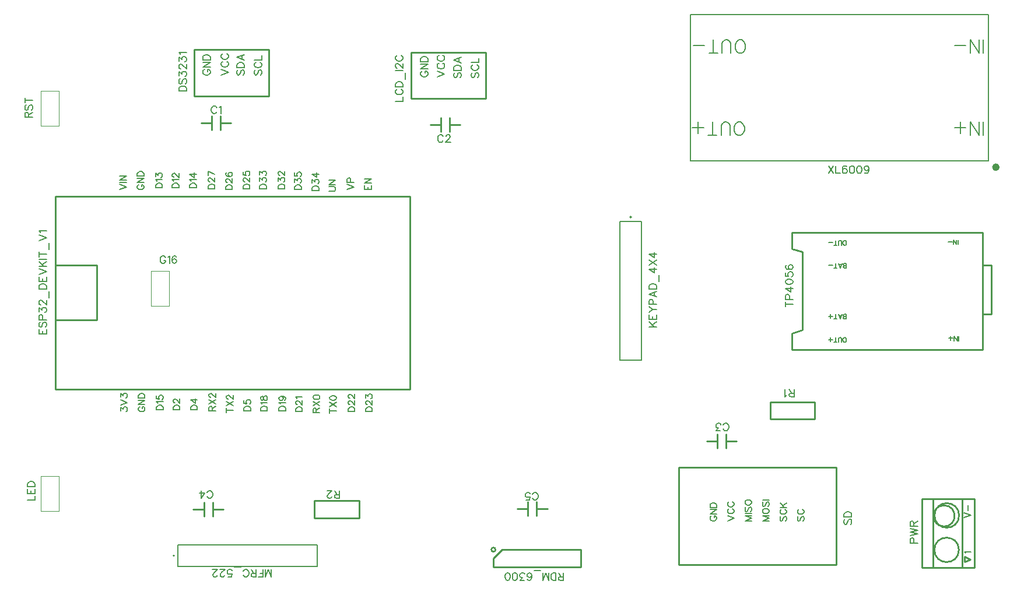
<source format=gto>
G04 Layer: TopSilkscreenLayer*
G04 EasyEDA v6.5.23, 2023-06-11 23:43:22*
G04 2b95388b78af4998b8b99e231a31c8e7,07531b1ef0a74d2492736d9a14bc6988,10*
G04 Gerber Generator version 0.2*
G04 Scale: 100 percent, Rotated: No, Reflected: No *
G04 Dimensions in millimeters *
G04 leading zeros omitted , absolute positions ,4 integer and 5 decimal *
%FSLAX45Y45*%
%MOMM*%

%ADD10C,0.1524*%
%ADD11C,0.2032*%
%ADD12C,0.2540*%
%ADD13C,0.1520*%
%ADD14C,0.1200*%
%ADD15C,0.2050*%
%ADD16C,0.5000*%
%ADD17C,0.0144*%

%LPD*%
D10*
X6475882Y3962501D02*
G01*
X6584848Y3962501D01*
X6584848Y3962501D02*
G01*
X6584848Y4024731D01*
X6501790Y4136999D02*
G01*
X6491376Y4131919D01*
X6480962Y4121505D01*
X6475882Y4111091D01*
X6475882Y4090263D01*
X6480962Y4079849D01*
X6491376Y4069435D01*
X6501790Y4064355D01*
X6517538Y4059021D01*
X6543446Y4059021D01*
X6558940Y4064355D01*
X6569354Y4069435D01*
X6579768Y4079849D01*
X6584848Y4090263D01*
X6584848Y4111091D01*
X6579768Y4121505D01*
X6569354Y4131919D01*
X6558940Y4136999D01*
X6475882Y4171289D02*
G01*
X6584848Y4171289D01*
X6475882Y4171289D02*
G01*
X6475882Y4207611D01*
X6480962Y4223359D01*
X6491376Y4233773D01*
X6501790Y4238853D01*
X6517538Y4244187D01*
X6543446Y4244187D01*
X6558940Y4238853D01*
X6569354Y4233773D01*
X6579768Y4223359D01*
X6584848Y4207611D01*
X6584848Y4171289D01*
X6621424Y4278477D02*
G01*
X6621424Y4371949D01*
X6475882Y4406239D02*
G01*
X6584848Y4406239D01*
X6501790Y4445609D02*
G01*
X6496710Y4445609D01*
X6486296Y4450943D01*
X6480962Y4456023D01*
X6475882Y4466437D01*
X6475882Y4487265D01*
X6480962Y4497679D01*
X6486296Y4502759D01*
X6496710Y4508093D01*
X6507124Y4508093D01*
X6517538Y4502759D01*
X6533032Y4492345D01*
X6584848Y4440529D01*
X6584848Y4513173D01*
X6501790Y4625441D02*
G01*
X6491376Y4620361D01*
X6480962Y4609947D01*
X6475882Y4599533D01*
X6475882Y4578705D01*
X6480962Y4568291D01*
X6491376Y4557877D01*
X6501790Y4552797D01*
X6517538Y4547463D01*
X6543446Y4547463D01*
X6558940Y4552797D01*
X6569354Y4557877D01*
X6579768Y4568291D01*
X6584848Y4578705D01*
X6584848Y4599533D01*
X6579768Y4609947D01*
X6569354Y4620361D01*
X6558940Y4625441D01*
D11*
X7082688Y4318101D02*
G01*
X7191654Y4359757D01*
X7082688Y4401159D02*
G01*
X7191654Y4359757D01*
X7108596Y4513427D02*
G01*
X7098182Y4508347D01*
X7087768Y4497933D01*
X7082688Y4487519D01*
X7082688Y4466691D01*
X7087768Y4456277D01*
X7098182Y4445863D01*
X7108596Y4440783D01*
X7124090Y4435449D01*
X7149998Y4435449D01*
X7165746Y4440783D01*
X7176160Y4445863D01*
X7186574Y4456277D01*
X7191654Y4466691D01*
X7191654Y4487519D01*
X7186574Y4497933D01*
X7176160Y4508347D01*
X7165746Y4513427D01*
X7108596Y4625695D02*
G01*
X7098182Y4620361D01*
X7087768Y4610201D01*
X7082688Y4599787D01*
X7082688Y4578959D01*
X7087768Y4568545D01*
X7098182Y4558131D01*
X7108596Y4553051D01*
X7124090Y4547717D01*
X7149998Y4547717D01*
X7165746Y4553051D01*
X7176160Y4558131D01*
X7186574Y4568545D01*
X7191654Y4578959D01*
X7191654Y4599787D01*
X7186574Y4610201D01*
X7176160Y4620361D01*
X7165746Y4625695D01*
X6867296Y4396079D02*
G01*
X6856882Y4390745D01*
X6846468Y4380331D01*
X6841388Y4370171D01*
X6841388Y4349343D01*
X6846468Y4338929D01*
X6856882Y4328515D01*
X6867296Y4323181D01*
X6882790Y4318101D01*
X6908698Y4318101D01*
X6924446Y4323181D01*
X6934860Y4328515D01*
X6945274Y4338929D01*
X6950354Y4349343D01*
X6950354Y4370171D01*
X6945274Y4380331D01*
X6934860Y4390745D01*
X6924446Y4396079D01*
X6908698Y4396079D01*
X6908698Y4370171D02*
G01*
X6908698Y4396079D01*
X6841388Y4430369D02*
G01*
X6950354Y4430369D01*
X6841388Y4430369D02*
G01*
X6950354Y4503013D01*
X6841388Y4503013D02*
G01*
X6950354Y4503013D01*
X6841388Y4537303D02*
G01*
X6950354Y4537303D01*
X6841388Y4537303D02*
G01*
X6841388Y4573625D01*
X6846468Y4589373D01*
X6856882Y4599787D01*
X6867296Y4604867D01*
X6882790Y4610201D01*
X6908698Y4610201D01*
X6924446Y4604867D01*
X6934860Y4599787D01*
X6945274Y4589373D01*
X6950354Y4573625D01*
X6950354Y4537303D01*
X7339482Y4378045D02*
G01*
X7329068Y4367631D01*
X7323988Y4352137D01*
X7323988Y4331309D01*
X7329068Y4315815D01*
X7339482Y4305401D01*
X7349896Y4305401D01*
X7360310Y4310481D01*
X7365390Y4315815D01*
X7370724Y4326229D01*
X7381138Y4357471D01*
X7386218Y4367631D01*
X7391298Y4372965D01*
X7401712Y4378045D01*
X7417460Y4378045D01*
X7427874Y4367631D01*
X7432954Y4352137D01*
X7432954Y4331309D01*
X7427874Y4315815D01*
X7417460Y4305401D01*
X7323988Y4412335D02*
G01*
X7432954Y4412335D01*
X7323988Y4412335D02*
G01*
X7323988Y4448911D01*
X7329068Y4464405D01*
X7339482Y4474819D01*
X7349896Y4479899D01*
X7365390Y4485233D01*
X7391298Y4485233D01*
X7407046Y4479899D01*
X7417460Y4474819D01*
X7427874Y4464405D01*
X7432954Y4448911D01*
X7432954Y4412335D01*
X7323988Y4560925D02*
G01*
X7432954Y4519523D01*
X7323988Y4560925D02*
G01*
X7432954Y4602581D01*
X7396632Y4535017D02*
G01*
X7396632Y4587087D01*
X7593482Y4378045D02*
G01*
X7583068Y4367631D01*
X7577988Y4352137D01*
X7577988Y4331309D01*
X7583068Y4315815D01*
X7593482Y4305401D01*
X7603896Y4305401D01*
X7614310Y4310481D01*
X7619390Y4315815D01*
X7624724Y4326229D01*
X7635138Y4357471D01*
X7640218Y4367631D01*
X7645298Y4372965D01*
X7655712Y4378045D01*
X7671460Y4378045D01*
X7681874Y4367631D01*
X7686954Y4352137D01*
X7686954Y4331309D01*
X7681874Y4315815D01*
X7671460Y4305401D01*
X7603896Y4490313D02*
G01*
X7593482Y4485233D01*
X7583068Y4474819D01*
X7577988Y4464405D01*
X7577988Y4443577D01*
X7583068Y4433163D01*
X7593482Y4422749D01*
X7603896Y4417669D01*
X7619390Y4412335D01*
X7645298Y4412335D01*
X7661046Y4417669D01*
X7671460Y4422749D01*
X7681874Y4433163D01*
X7686954Y4443577D01*
X7686954Y4464405D01*
X7681874Y4474819D01*
X7671460Y4485233D01*
X7661046Y4490313D01*
X7577988Y4524603D02*
G01*
X7686954Y4524603D01*
X7686954Y4524603D02*
G01*
X7686954Y4587087D01*
D10*
X1300683Y577900D02*
G01*
X1409649Y577900D01*
X1300683Y577900D02*
G01*
X1300683Y645464D01*
X1352499Y577900D02*
G01*
X1352499Y619556D01*
X1409649Y577900D02*
G01*
X1409649Y645464D01*
X1316177Y752398D02*
G01*
X1305763Y741984D01*
X1300683Y726490D01*
X1300683Y705662D01*
X1305763Y690168D01*
X1316177Y679754D01*
X1326591Y679754D01*
X1337005Y684834D01*
X1342339Y690168D01*
X1347419Y700582D01*
X1357833Y731570D01*
X1362913Y741984D01*
X1368247Y747318D01*
X1378661Y752398D01*
X1394155Y752398D01*
X1404569Y741984D01*
X1409649Y726490D01*
X1409649Y705662D01*
X1404569Y690168D01*
X1394155Y679754D01*
X1300683Y786688D02*
G01*
X1409649Y786688D01*
X1300683Y786688D02*
G01*
X1300683Y833424D01*
X1305763Y849172D01*
X1311097Y854252D01*
X1321511Y859586D01*
X1337005Y859586D01*
X1347419Y854252D01*
X1352499Y849172D01*
X1357833Y833424D01*
X1357833Y786688D01*
X1300683Y904290D02*
G01*
X1300683Y961440D01*
X1342339Y930198D01*
X1342339Y945692D01*
X1347419Y956106D01*
X1352499Y961440D01*
X1368247Y966520D01*
X1378661Y966520D01*
X1394155Y961440D01*
X1404569Y951026D01*
X1409649Y935278D01*
X1409649Y919784D01*
X1404569Y904290D01*
X1399489Y898956D01*
X1389075Y893876D01*
X1326591Y1005890D02*
G01*
X1321511Y1005890D01*
X1311097Y1011224D01*
X1305763Y1016304D01*
X1300683Y1026718D01*
X1300683Y1047546D01*
X1305763Y1057960D01*
X1311097Y1063040D01*
X1321511Y1068374D01*
X1331925Y1068374D01*
X1342339Y1063040D01*
X1357833Y1052880D01*
X1409649Y1000810D01*
X1409649Y1073454D01*
X1446225Y1107744D02*
G01*
X1446225Y1201470D01*
X1300683Y1235760D02*
G01*
X1409649Y1235760D01*
X1300683Y1235760D02*
G01*
X1300683Y1272082D01*
X1305763Y1287576D01*
X1316177Y1297990D01*
X1326591Y1303070D01*
X1342339Y1308404D01*
X1368247Y1308404D01*
X1383741Y1303070D01*
X1394155Y1297990D01*
X1404569Y1287576D01*
X1409649Y1272082D01*
X1409649Y1235760D01*
X1300683Y1342694D02*
G01*
X1409649Y1342694D01*
X1300683Y1342694D02*
G01*
X1300683Y1410258D01*
X1352499Y1342694D02*
G01*
X1352499Y1384350D01*
X1409649Y1342694D02*
G01*
X1409649Y1410258D01*
X1300683Y1444548D02*
G01*
X1409649Y1485950D01*
X1300683Y1527606D02*
G01*
X1409649Y1485950D01*
X1300683Y1561896D02*
G01*
X1409649Y1561896D01*
X1300683Y1634540D02*
G01*
X1373327Y1561896D01*
X1347419Y1587804D02*
G01*
X1409649Y1634540D01*
X1300683Y1668830D02*
G01*
X1409649Y1668830D01*
X1300683Y1739696D02*
G01*
X1409649Y1739696D01*
X1300683Y1703120D02*
G01*
X1300683Y1776018D01*
X1446225Y1810308D02*
G01*
X1446225Y1903780D01*
X1300683Y1938070D02*
G01*
X1409649Y1979726D01*
X1300683Y2021128D02*
G01*
X1409649Y1979726D01*
X1321511Y2055418D02*
G01*
X1316177Y2065832D01*
X1300683Y2081580D01*
X1409649Y2081580D01*
D11*
X2488082Y-536854D02*
G01*
X2488082Y-486054D01*
X2525166Y-513740D01*
X2525166Y-499770D01*
X2529738Y-490626D01*
X2534310Y-486054D01*
X2548280Y-481228D01*
X2557424Y-481228D01*
X2571394Y-486054D01*
X2580538Y-495198D01*
X2585110Y-509168D01*
X2585110Y-522884D01*
X2580538Y-536854D01*
X2575966Y-541426D01*
X2566568Y-545998D01*
X2488082Y-450748D02*
G01*
X2585110Y-413918D01*
X2488082Y-377088D02*
G01*
X2585110Y-413918D01*
X2488082Y-337210D02*
G01*
X2488082Y-286410D01*
X2525166Y-314096D01*
X2525166Y-300380D01*
X2529738Y-290982D01*
X2534310Y-286410D01*
X2548280Y-281838D01*
X2557424Y-281838D01*
X2571394Y-286410D01*
X2580538Y-295808D01*
X2585110Y-309524D01*
X2585110Y-323494D01*
X2580538Y-337210D01*
X2575966Y-341782D01*
X2566568Y-346608D01*
X2765196Y-476656D02*
G01*
X2756052Y-481228D01*
X2746908Y-490626D01*
X2742082Y-499770D01*
X2742082Y-518312D01*
X2746908Y-527456D01*
X2756052Y-536854D01*
X2765196Y-541426D01*
X2779166Y-545998D01*
X2802280Y-545998D01*
X2815996Y-541426D01*
X2825394Y-536854D01*
X2834538Y-527456D01*
X2839110Y-518312D01*
X2839110Y-499770D01*
X2834538Y-490626D01*
X2825394Y-481228D01*
X2815996Y-476656D01*
X2802280Y-476656D01*
X2802280Y-499770D02*
G01*
X2802280Y-476656D01*
X2742082Y-446176D02*
G01*
X2839110Y-446176D01*
X2742082Y-446176D02*
G01*
X2839110Y-381660D01*
X2742082Y-381660D02*
G01*
X2839110Y-381660D01*
X2742082Y-351180D02*
G01*
X2839110Y-351180D01*
X2742082Y-351180D02*
G01*
X2742082Y-318668D01*
X2746908Y-304952D01*
X2756052Y-295808D01*
X2765196Y-290982D01*
X2779166Y-286410D01*
X2802280Y-286410D01*
X2815996Y-290982D01*
X2825394Y-295808D01*
X2834538Y-304952D01*
X2839110Y-318668D01*
X2839110Y-351180D01*
X3008782Y-520598D02*
G01*
X3105810Y-520598D01*
X3008782Y-520598D02*
G01*
X3008782Y-488340D01*
X3013608Y-474370D01*
X3022752Y-465226D01*
X3031896Y-460654D01*
X3045866Y-455828D01*
X3068980Y-455828D01*
X3082696Y-460654D01*
X3092094Y-465226D01*
X3101238Y-474370D01*
X3105810Y-488340D01*
X3105810Y-520598D01*
X3027324Y-425348D02*
G01*
X3022752Y-416204D01*
X3008782Y-402488D01*
X3105810Y-402488D01*
X3008782Y-316382D02*
G01*
X3008782Y-362610D01*
X3050438Y-367182D01*
X3045866Y-362610D01*
X3041294Y-348894D01*
X3041294Y-334924D01*
X3045866Y-321208D01*
X3055010Y-311810D01*
X3068980Y-307238D01*
X3078124Y-307238D01*
X3092094Y-311810D01*
X3101238Y-321208D01*
X3105810Y-334924D01*
X3105810Y-348894D01*
X3101238Y-362610D01*
X3096666Y-367182D01*
X3087268Y-372008D01*
X3250082Y-520598D02*
G01*
X3347110Y-520598D01*
X3250082Y-520598D02*
G01*
X3250082Y-488340D01*
X3254908Y-474370D01*
X3264052Y-465226D01*
X3273196Y-460654D01*
X3287166Y-455828D01*
X3310280Y-455828D01*
X3323996Y-460654D01*
X3333394Y-465226D01*
X3342538Y-474370D01*
X3347110Y-488340D01*
X3347110Y-520598D01*
X3273196Y-420776D02*
G01*
X3268624Y-420776D01*
X3259480Y-416204D01*
X3254908Y-411632D01*
X3250082Y-402488D01*
X3250082Y-383946D01*
X3254908Y-374548D01*
X3259480Y-369976D01*
X3268624Y-365404D01*
X3277768Y-365404D01*
X3287166Y-369976D01*
X3300882Y-379374D01*
X3347110Y-425348D01*
X3347110Y-360832D01*
X3504082Y-520598D02*
G01*
X3601110Y-520598D01*
X3504082Y-520598D02*
G01*
X3504082Y-488340D01*
X3508908Y-474370D01*
X3518052Y-465226D01*
X3527196Y-460654D01*
X3541166Y-455828D01*
X3564280Y-455828D01*
X3577996Y-460654D01*
X3587394Y-465226D01*
X3596538Y-474370D01*
X3601110Y-488340D01*
X3601110Y-520598D01*
X3504082Y-379374D02*
G01*
X3568852Y-425348D01*
X3568852Y-356260D01*
X3504082Y-379374D02*
G01*
X3601110Y-379374D01*
X3770782Y-533298D02*
G01*
X3867810Y-533298D01*
X3770782Y-533298D02*
G01*
X3770782Y-491642D01*
X3775608Y-477926D01*
X3780180Y-473354D01*
X3789324Y-468528D01*
X3798468Y-468528D01*
X3807866Y-473354D01*
X3812438Y-477926D01*
X3817010Y-491642D01*
X3817010Y-533298D01*
X3817010Y-501040D02*
G01*
X3867810Y-468528D01*
X3770782Y-438048D02*
G01*
X3867810Y-373532D01*
X3770782Y-373532D02*
G01*
X3867810Y-438048D01*
X3793896Y-338480D02*
G01*
X3789324Y-338480D01*
X3780180Y-333908D01*
X3775608Y-329082D01*
X3770782Y-319938D01*
X3770782Y-301396D01*
X3775608Y-292252D01*
X3780180Y-287680D01*
X3789324Y-283108D01*
X3798468Y-283108D01*
X3807866Y-287680D01*
X3821582Y-296824D01*
X3867810Y-343052D01*
X3867810Y-278282D01*
X4024782Y-526440D02*
G01*
X4121810Y-526440D01*
X4024782Y-558698D02*
G01*
X4024782Y-493928D01*
X4024782Y-463448D02*
G01*
X4121810Y-398932D01*
X4024782Y-398932D02*
G01*
X4121810Y-463448D01*
X4047896Y-363880D02*
G01*
X4043324Y-363880D01*
X4034180Y-359308D01*
X4029608Y-354482D01*
X4024782Y-345338D01*
X4024782Y-326796D01*
X4029608Y-317652D01*
X4034180Y-313080D01*
X4043324Y-308508D01*
X4052468Y-308508D01*
X4061866Y-313080D01*
X4075582Y-322224D01*
X4121810Y-368452D01*
X4121810Y-303682D01*
X4278782Y-533298D02*
G01*
X4375810Y-533298D01*
X4278782Y-533298D02*
G01*
X4278782Y-501040D01*
X4283608Y-487070D01*
X4292752Y-477926D01*
X4301896Y-473354D01*
X4315866Y-468528D01*
X4338980Y-468528D01*
X4352696Y-473354D01*
X4362094Y-477926D01*
X4371238Y-487070D01*
X4375810Y-501040D01*
X4375810Y-533298D01*
X4278782Y-382676D02*
G01*
X4278782Y-428904D01*
X4320438Y-433476D01*
X4315866Y-428904D01*
X4311294Y-415188D01*
X4311294Y-401218D01*
X4315866Y-387248D01*
X4325010Y-378104D01*
X4338980Y-373532D01*
X4348124Y-373532D01*
X4362094Y-378104D01*
X4371238Y-387248D01*
X4375810Y-401218D01*
X4375810Y-415188D01*
X4371238Y-428904D01*
X4366666Y-433476D01*
X4357268Y-438048D01*
X4520082Y-533298D02*
G01*
X4617110Y-533298D01*
X4520082Y-533298D02*
G01*
X4520082Y-501040D01*
X4524908Y-487070D01*
X4534052Y-477926D01*
X4543196Y-473354D01*
X4557166Y-468528D01*
X4580280Y-468528D01*
X4593996Y-473354D01*
X4603394Y-477926D01*
X4612538Y-487070D01*
X4617110Y-501040D01*
X4617110Y-533298D01*
X4538624Y-438048D02*
G01*
X4534052Y-428904D01*
X4520082Y-415188D01*
X4617110Y-415188D01*
X4520082Y-361594D02*
G01*
X4524908Y-375310D01*
X4534052Y-379882D01*
X4543196Y-379882D01*
X4552594Y-375310D01*
X4557166Y-366166D01*
X4561738Y-347624D01*
X4566310Y-333908D01*
X4575708Y-324510D01*
X4584852Y-319938D01*
X4598568Y-319938D01*
X4607966Y-324510D01*
X4612538Y-329082D01*
X4617110Y-343052D01*
X4617110Y-361594D01*
X4612538Y-375310D01*
X4607966Y-379882D01*
X4598568Y-384708D01*
X4584852Y-384708D01*
X4575708Y-379882D01*
X4566310Y-370738D01*
X4561738Y-356768D01*
X4557166Y-338480D01*
X4552594Y-329082D01*
X4543196Y-324510D01*
X4534052Y-324510D01*
X4524908Y-329082D01*
X4520082Y-343052D01*
X4520082Y-361594D01*
X4786782Y-533298D02*
G01*
X4883810Y-533298D01*
X4786782Y-533298D02*
G01*
X4786782Y-501040D01*
X4791608Y-487070D01*
X4800752Y-477926D01*
X4809896Y-473354D01*
X4823866Y-468528D01*
X4846980Y-468528D01*
X4860696Y-473354D01*
X4870094Y-477926D01*
X4879238Y-487070D01*
X4883810Y-501040D01*
X4883810Y-533298D01*
X4805324Y-438048D02*
G01*
X4800752Y-428904D01*
X4786782Y-415188D01*
X4883810Y-415188D01*
X4819294Y-324510D02*
G01*
X4833010Y-329082D01*
X4842408Y-338480D01*
X4846980Y-352196D01*
X4846980Y-356768D01*
X4842408Y-370738D01*
X4833010Y-379882D01*
X4819294Y-384708D01*
X4814468Y-384708D01*
X4800752Y-379882D01*
X4791608Y-370738D01*
X4786782Y-356768D01*
X4786782Y-352196D01*
X4791608Y-338480D01*
X4800752Y-329082D01*
X4819294Y-324510D01*
X4842408Y-324510D01*
X4865268Y-329082D01*
X4879238Y-338480D01*
X4883810Y-352196D01*
X4883810Y-361594D01*
X4879238Y-375310D01*
X4870094Y-379882D01*
X5028082Y-545998D02*
G01*
X5125110Y-545998D01*
X5028082Y-545998D02*
G01*
X5028082Y-513740D01*
X5032908Y-499770D01*
X5042052Y-490626D01*
X5051196Y-486054D01*
X5065166Y-481228D01*
X5088280Y-481228D01*
X5101996Y-486054D01*
X5111394Y-490626D01*
X5120538Y-499770D01*
X5125110Y-513740D01*
X5125110Y-545998D01*
X5051196Y-446176D02*
G01*
X5046624Y-446176D01*
X5037480Y-441604D01*
X5032908Y-437032D01*
X5028082Y-427888D01*
X5028082Y-409346D01*
X5032908Y-399948D01*
X5037480Y-395376D01*
X5046624Y-390804D01*
X5055768Y-390804D01*
X5065166Y-395376D01*
X5078882Y-404774D01*
X5125110Y-450748D01*
X5125110Y-386232D01*
X5046624Y-355752D02*
G01*
X5042052Y-346608D01*
X5028082Y-332638D01*
X5125110Y-332638D01*
X5282082Y-558698D02*
G01*
X5379110Y-558698D01*
X5282082Y-558698D02*
G01*
X5282082Y-517042D01*
X5286908Y-503326D01*
X5291480Y-498754D01*
X5300624Y-493928D01*
X5309768Y-493928D01*
X5319166Y-498754D01*
X5323738Y-503326D01*
X5328310Y-517042D01*
X5328310Y-558698D01*
X5328310Y-526440D02*
G01*
X5379110Y-493928D01*
X5282082Y-463448D02*
G01*
X5379110Y-398932D01*
X5282082Y-398932D02*
G01*
X5379110Y-463448D01*
X5282082Y-340766D02*
G01*
X5286908Y-354482D01*
X5300624Y-363880D01*
X5323738Y-368452D01*
X5337708Y-368452D01*
X5360568Y-363880D01*
X5374538Y-354482D01*
X5379110Y-340766D01*
X5379110Y-331368D01*
X5374538Y-317652D01*
X5360568Y-308508D01*
X5337708Y-303682D01*
X5323738Y-303682D01*
X5300624Y-308508D01*
X5286908Y-317652D01*
X5282082Y-331368D01*
X5282082Y-340766D01*
X5523382Y-539140D02*
G01*
X5620410Y-539140D01*
X5523382Y-571398D02*
G01*
X5523382Y-506628D01*
X5523382Y-476148D02*
G01*
X5620410Y-411632D01*
X5523382Y-411632D02*
G01*
X5620410Y-476148D01*
X5523382Y-353466D02*
G01*
X5528208Y-367182D01*
X5541924Y-376580D01*
X5565038Y-381152D01*
X5579008Y-381152D01*
X5601868Y-376580D01*
X5615838Y-367182D01*
X5620410Y-353466D01*
X5620410Y-344068D01*
X5615838Y-330352D01*
X5601868Y-321208D01*
X5579008Y-316382D01*
X5565038Y-316382D01*
X5541924Y-321208D01*
X5528208Y-330352D01*
X5523382Y-344068D01*
X5523382Y-353466D01*
X5790082Y-545998D02*
G01*
X5887110Y-545998D01*
X5790082Y-545998D02*
G01*
X5790082Y-513740D01*
X5794908Y-499770D01*
X5804052Y-490626D01*
X5813196Y-486054D01*
X5827166Y-481228D01*
X5850280Y-481228D01*
X5863996Y-486054D01*
X5873394Y-490626D01*
X5882538Y-499770D01*
X5887110Y-513740D01*
X5887110Y-545998D01*
X5813196Y-446176D02*
G01*
X5808624Y-446176D01*
X5799480Y-441604D01*
X5794908Y-437032D01*
X5790082Y-427888D01*
X5790082Y-409346D01*
X5794908Y-399948D01*
X5799480Y-395376D01*
X5808624Y-390804D01*
X5817768Y-390804D01*
X5827166Y-395376D01*
X5840882Y-404774D01*
X5887110Y-450748D01*
X5887110Y-386232D01*
X5813196Y-351180D02*
G01*
X5808624Y-351180D01*
X5799480Y-346608D01*
X5794908Y-341782D01*
X5790082Y-332638D01*
X5790082Y-314096D01*
X5794908Y-304952D01*
X5799480Y-300380D01*
X5808624Y-295808D01*
X5817768Y-295808D01*
X5827166Y-300380D01*
X5840882Y-309524D01*
X5887110Y-355752D01*
X5887110Y-290982D01*
X6044082Y-545998D02*
G01*
X6141110Y-545998D01*
X6044082Y-545998D02*
G01*
X6044082Y-513740D01*
X6048908Y-499770D01*
X6058052Y-490626D01*
X6067196Y-486054D01*
X6081166Y-481228D01*
X6104280Y-481228D01*
X6117996Y-486054D01*
X6127394Y-490626D01*
X6136538Y-499770D01*
X6141110Y-513740D01*
X6141110Y-545998D01*
X6067196Y-446176D02*
G01*
X6062624Y-446176D01*
X6053480Y-441604D01*
X6048908Y-437032D01*
X6044082Y-427888D01*
X6044082Y-409346D01*
X6048908Y-399948D01*
X6053480Y-395376D01*
X6062624Y-390804D01*
X6071768Y-390804D01*
X6081166Y-395376D01*
X6094882Y-404774D01*
X6141110Y-450748D01*
X6141110Y-386232D01*
X6044082Y-346608D02*
G01*
X6044082Y-295808D01*
X6081166Y-323494D01*
X6081166Y-309524D01*
X6085738Y-300380D01*
X6090310Y-295808D01*
X6104280Y-290982D01*
X6113424Y-290982D01*
X6127394Y-295808D01*
X6136538Y-304952D01*
X6141110Y-318668D01*
X6141110Y-332638D01*
X6136538Y-346608D01*
X6131966Y-351180D01*
X6122568Y-355752D01*
X2475382Y2679801D02*
G01*
X2572410Y2716631D01*
X2475382Y2753715D02*
G01*
X2572410Y2716631D01*
X2475382Y2784195D02*
G01*
X2572410Y2784195D01*
X2475382Y2814675D02*
G01*
X2572410Y2814675D01*
X2475382Y2814675D02*
G01*
X2572410Y2879191D01*
X2475382Y2879191D02*
G01*
X2572410Y2879191D01*
X2752496Y2749143D02*
G01*
X2743352Y2744571D01*
X2734208Y2735173D01*
X2729382Y2726029D01*
X2729382Y2707487D01*
X2734208Y2698343D01*
X2743352Y2688945D01*
X2752496Y2684373D01*
X2766466Y2679801D01*
X2789580Y2679801D01*
X2803296Y2684373D01*
X2812694Y2688945D01*
X2821838Y2698343D01*
X2826410Y2707487D01*
X2826410Y2726029D01*
X2821838Y2735173D01*
X2812694Y2744571D01*
X2803296Y2749143D01*
X2789580Y2749143D01*
X2789580Y2726029D02*
G01*
X2789580Y2749143D01*
X2729382Y2779623D02*
G01*
X2826410Y2779623D01*
X2729382Y2779623D02*
G01*
X2826410Y2844139D01*
X2729382Y2844139D02*
G01*
X2826410Y2844139D01*
X2729382Y2874619D02*
G01*
X2826410Y2874619D01*
X2729382Y2874619D02*
G01*
X2729382Y2907131D01*
X2734208Y2920847D01*
X2743352Y2929991D01*
X2752496Y2934817D01*
X2766466Y2939389D01*
X2789580Y2939389D01*
X2803296Y2934817D01*
X2812694Y2929991D01*
X2821838Y2920847D01*
X2826410Y2907131D01*
X2826410Y2874619D01*
X2996082Y2705201D02*
G01*
X3093110Y2705201D01*
X2996082Y2705201D02*
G01*
X2996082Y2737459D01*
X3000908Y2751429D01*
X3010052Y2760573D01*
X3019196Y2765145D01*
X3033166Y2769971D01*
X3056280Y2769971D01*
X3069996Y2765145D01*
X3079394Y2760573D01*
X3088538Y2751429D01*
X3093110Y2737459D01*
X3093110Y2705201D01*
X3014624Y2800451D02*
G01*
X3010052Y2809595D01*
X2996082Y2823311D01*
X3093110Y2823311D01*
X2996082Y2863189D02*
G01*
X2996082Y2913989D01*
X3033166Y2886303D01*
X3033166Y2900019D01*
X3037738Y2909417D01*
X3042310Y2913989D01*
X3056280Y2918561D01*
X3065424Y2918561D01*
X3079394Y2913989D01*
X3088538Y2904591D01*
X3093110Y2890875D01*
X3093110Y2876905D01*
X3088538Y2863189D01*
X3083966Y2858617D01*
X3074568Y2853791D01*
X3237382Y2705201D02*
G01*
X3334410Y2705201D01*
X3237382Y2705201D02*
G01*
X3237382Y2737459D01*
X3242208Y2751429D01*
X3251352Y2760573D01*
X3260496Y2765145D01*
X3274466Y2769971D01*
X3297580Y2769971D01*
X3311296Y2765145D01*
X3320694Y2760573D01*
X3329838Y2751429D01*
X3334410Y2737459D01*
X3334410Y2705201D01*
X3255924Y2800451D02*
G01*
X3251352Y2809595D01*
X3237382Y2823311D01*
X3334410Y2823311D01*
X3260496Y2858617D02*
G01*
X3255924Y2858617D01*
X3246780Y2863189D01*
X3242208Y2867761D01*
X3237382Y2876905D01*
X3237382Y2895447D01*
X3242208Y2904591D01*
X3246780Y2909417D01*
X3255924Y2913989D01*
X3265068Y2913989D01*
X3274466Y2909417D01*
X3288182Y2900019D01*
X3334410Y2853791D01*
X3334410Y2918561D01*
X3491382Y2705201D02*
G01*
X3588410Y2705201D01*
X3491382Y2705201D02*
G01*
X3491382Y2737459D01*
X3496208Y2751429D01*
X3505352Y2760573D01*
X3514496Y2765145D01*
X3528466Y2769971D01*
X3551580Y2769971D01*
X3565296Y2765145D01*
X3574694Y2760573D01*
X3583838Y2751429D01*
X3588410Y2737459D01*
X3588410Y2705201D01*
X3509924Y2800451D02*
G01*
X3505352Y2809595D01*
X3491382Y2823311D01*
X3588410Y2823311D01*
X3491382Y2900019D02*
G01*
X3556152Y2853791D01*
X3556152Y2923133D01*
X3491382Y2900019D02*
G01*
X3588410Y2900019D01*
X3758082Y2692501D02*
G01*
X3855110Y2692501D01*
X3758082Y2692501D02*
G01*
X3758082Y2724759D01*
X3762908Y2738729D01*
X3772052Y2747873D01*
X3781196Y2752445D01*
X3795166Y2757271D01*
X3818280Y2757271D01*
X3831996Y2752445D01*
X3841394Y2747873D01*
X3850538Y2738729D01*
X3855110Y2724759D01*
X3855110Y2692501D01*
X3781196Y2792323D02*
G01*
X3776624Y2792323D01*
X3767480Y2796895D01*
X3762908Y2801467D01*
X3758082Y2810611D01*
X3758082Y2829153D01*
X3762908Y2838551D01*
X3767480Y2843123D01*
X3776624Y2847695D01*
X3785768Y2847695D01*
X3795166Y2843123D01*
X3808882Y2833725D01*
X3855110Y2787751D01*
X3855110Y2852267D01*
X3758082Y2947517D02*
G01*
X3855110Y2901289D01*
X3758082Y2882747D02*
G01*
X3758082Y2947517D01*
X4012082Y2679801D02*
G01*
X4109110Y2679801D01*
X4012082Y2679801D02*
G01*
X4012082Y2712059D01*
X4016908Y2726029D01*
X4026052Y2735173D01*
X4035196Y2739745D01*
X4049166Y2744571D01*
X4072280Y2744571D01*
X4085996Y2739745D01*
X4095394Y2735173D01*
X4104538Y2726029D01*
X4109110Y2712059D01*
X4109110Y2679801D01*
X4035196Y2779623D02*
G01*
X4030624Y2779623D01*
X4021480Y2784195D01*
X4016908Y2788767D01*
X4012082Y2797911D01*
X4012082Y2816453D01*
X4016908Y2825851D01*
X4021480Y2830423D01*
X4030624Y2834995D01*
X4039768Y2834995D01*
X4049166Y2830423D01*
X4062882Y2821025D01*
X4109110Y2775051D01*
X4109110Y2839567D01*
X4026052Y2925419D02*
G01*
X4016908Y2920847D01*
X4012082Y2907131D01*
X4012082Y2897733D01*
X4016908Y2884017D01*
X4030624Y2874619D01*
X4053738Y2870047D01*
X4076852Y2870047D01*
X4095394Y2874619D01*
X4104538Y2884017D01*
X4109110Y2897733D01*
X4109110Y2902305D01*
X4104538Y2916275D01*
X4095394Y2925419D01*
X4081424Y2929991D01*
X4076852Y2929991D01*
X4062882Y2925419D01*
X4053738Y2916275D01*
X4049166Y2902305D01*
X4049166Y2897733D01*
X4053738Y2884017D01*
X4062882Y2874619D01*
X4076852Y2870047D01*
X4266082Y2692501D02*
G01*
X4363110Y2692501D01*
X4266082Y2692501D02*
G01*
X4266082Y2724759D01*
X4270908Y2738729D01*
X4280052Y2747873D01*
X4289196Y2752445D01*
X4303166Y2757271D01*
X4326280Y2757271D01*
X4339996Y2752445D01*
X4349394Y2747873D01*
X4358538Y2738729D01*
X4363110Y2724759D01*
X4363110Y2692501D01*
X4289196Y2792323D02*
G01*
X4284624Y2792323D01*
X4275480Y2796895D01*
X4270908Y2801467D01*
X4266082Y2810611D01*
X4266082Y2829153D01*
X4270908Y2838551D01*
X4275480Y2843123D01*
X4284624Y2847695D01*
X4293768Y2847695D01*
X4303166Y2843123D01*
X4316882Y2833725D01*
X4363110Y2787751D01*
X4363110Y2852267D01*
X4266082Y2938119D02*
G01*
X4266082Y2891891D01*
X4307738Y2887319D01*
X4303166Y2891891D01*
X4298594Y2905861D01*
X4298594Y2919831D01*
X4303166Y2933547D01*
X4312310Y2942691D01*
X4326280Y2947517D01*
X4335424Y2947517D01*
X4349394Y2942691D01*
X4358538Y2933547D01*
X4363110Y2919831D01*
X4363110Y2905861D01*
X4358538Y2891891D01*
X4353966Y2887319D01*
X4344568Y2882747D01*
X4507382Y2692501D02*
G01*
X4604410Y2692501D01*
X4507382Y2692501D02*
G01*
X4507382Y2724759D01*
X4512208Y2738729D01*
X4521352Y2747873D01*
X4530496Y2752445D01*
X4544466Y2757271D01*
X4567580Y2757271D01*
X4581296Y2752445D01*
X4590694Y2747873D01*
X4599838Y2738729D01*
X4604410Y2724759D01*
X4604410Y2692501D01*
X4507382Y2796895D02*
G01*
X4507382Y2847695D01*
X4544466Y2820009D01*
X4544466Y2833725D01*
X4549038Y2843123D01*
X4553610Y2847695D01*
X4567580Y2852267D01*
X4576724Y2852267D01*
X4590694Y2847695D01*
X4599838Y2838551D01*
X4604410Y2824581D01*
X4604410Y2810611D01*
X4599838Y2796895D01*
X4595266Y2792323D01*
X4585868Y2787751D01*
X4507382Y2891891D02*
G01*
X4507382Y2942691D01*
X4544466Y2915005D01*
X4544466Y2928975D01*
X4549038Y2938119D01*
X4553610Y2942691D01*
X4567580Y2947517D01*
X4576724Y2947517D01*
X4590694Y2942691D01*
X4599838Y2933547D01*
X4604410Y2919831D01*
X4604410Y2905861D01*
X4599838Y2891891D01*
X4595266Y2887319D01*
X4585868Y2882747D01*
X4774082Y2692501D02*
G01*
X4871110Y2692501D01*
X4774082Y2692501D02*
G01*
X4774082Y2724759D01*
X4778908Y2738729D01*
X4788052Y2747873D01*
X4797196Y2752445D01*
X4811166Y2757271D01*
X4834280Y2757271D01*
X4847996Y2752445D01*
X4857394Y2747873D01*
X4866538Y2738729D01*
X4871110Y2724759D01*
X4871110Y2692501D01*
X4774082Y2796895D02*
G01*
X4774082Y2847695D01*
X4811166Y2820009D01*
X4811166Y2833725D01*
X4815738Y2843123D01*
X4820310Y2847695D01*
X4834280Y2852267D01*
X4843424Y2852267D01*
X4857394Y2847695D01*
X4866538Y2838551D01*
X4871110Y2824581D01*
X4871110Y2810611D01*
X4866538Y2796895D01*
X4861966Y2792323D01*
X4852568Y2787751D01*
X4797196Y2887319D02*
G01*
X4792624Y2887319D01*
X4783480Y2891891D01*
X4778908Y2896717D01*
X4774082Y2905861D01*
X4774082Y2924403D01*
X4778908Y2933547D01*
X4783480Y2938119D01*
X4792624Y2942691D01*
X4801768Y2942691D01*
X4811166Y2938119D01*
X4824882Y2928975D01*
X4871110Y2882747D01*
X4871110Y2947517D01*
X5015382Y2679801D02*
G01*
X5112410Y2679801D01*
X5015382Y2679801D02*
G01*
X5015382Y2712059D01*
X5020208Y2726029D01*
X5029352Y2735173D01*
X5038496Y2739745D01*
X5052466Y2744571D01*
X5075580Y2744571D01*
X5089296Y2739745D01*
X5098694Y2735173D01*
X5107838Y2726029D01*
X5112410Y2712059D01*
X5112410Y2679801D01*
X5015382Y2784195D02*
G01*
X5015382Y2834995D01*
X5052466Y2807309D01*
X5052466Y2821025D01*
X5057038Y2830423D01*
X5061610Y2834995D01*
X5075580Y2839567D01*
X5084724Y2839567D01*
X5098694Y2834995D01*
X5107838Y2825851D01*
X5112410Y2811881D01*
X5112410Y2797911D01*
X5107838Y2784195D01*
X5103266Y2779623D01*
X5093868Y2775051D01*
X5015382Y2925419D02*
G01*
X5015382Y2879191D01*
X5057038Y2874619D01*
X5052466Y2879191D01*
X5047894Y2893161D01*
X5047894Y2907131D01*
X5052466Y2920847D01*
X5061610Y2929991D01*
X5075580Y2934817D01*
X5084724Y2934817D01*
X5098694Y2929991D01*
X5107838Y2920847D01*
X5112410Y2907131D01*
X5112410Y2893161D01*
X5107838Y2879191D01*
X5103266Y2874619D01*
X5093868Y2870047D01*
X5269382Y2667101D02*
G01*
X5366410Y2667101D01*
X5269382Y2667101D02*
G01*
X5269382Y2699359D01*
X5274208Y2713329D01*
X5283352Y2722473D01*
X5292496Y2727045D01*
X5306466Y2731871D01*
X5329580Y2731871D01*
X5343296Y2727045D01*
X5352694Y2722473D01*
X5361838Y2713329D01*
X5366410Y2699359D01*
X5366410Y2667101D01*
X5269382Y2771495D02*
G01*
X5269382Y2822295D01*
X5306466Y2794609D01*
X5306466Y2808325D01*
X5311038Y2817723D01*
X5315610Y2822295D01*
X5329580Y2826867D01*
X5338724Y2826867D01*
X5352694Y2822295D01*
X5361838Y2813151D01*
X5366410Y2799181D01*
X5366410Y2785211D01*
X5361838Y2771495D01*
X5357266Y2766923D01*
X5347868Y2762351D01*
X5269382Y2903575D02*
G01*
X5334152Y2857347D01*
X5334152Y2926689D01*
X5269382Y2903575D02*
G01*
X5366410Y2903575D01*
X5510682Y2654401D02*
G01*
X5580024Y2654401D01*
X5593994Y2658973D01*
X5603138Y2668371D01*
X5607710Y2682087D01*
X5607710Y2691231D01*
X5603138Y2705201D01*
X5593994Y2714345D01*
X5580024Y2719171D01*
X5510682Y2719171D01*
X5510682Y2749651D02*
G01*
X5607710Y2749651D01*
X5510682Y2749651D02*
G01*
X5607710Y2814167D01*
X5510682Y2814167D02*
G01*
X5607710Y2814167D01*
X5777382Y2679801D02*
G01*
X5874410Y2716631D01*
X5777382Y2753715D02*
G01*
X5874410Y2716631D01*
X5777382Y2784195D02*
G01*
X5874410Y2784195D01*
X5777382Y2784195D02*
G01*
X5777382Y2825851D01*
X5782208Y2839567D01*
X5786780Y2844139D01*
X5795924Y2848711D01*
X5809894Y2848711D01*
X5819038Y2844139D01*
X5823610Y2839567D01*
X5828182Y2825851D01*
X5828182Y2784195D01*
X6031382Y2679801D02*
G01*
X6128410Y2679801D01*
X6031382Y2679801D02*
G01*
X6031382Y2739745D01*
X6077610Y2679801D02*
G01*
X6077610Y2716631D01*
X6128410Y2679801D02*
G01*
X6128410Y2739745D01*
X6031382Y2770225D02*
G01*
X6128410Y2770225D01*
X6031382Y2770225D02*
G01*
X6128410Y2834995D01*
X6031382Y2834995D02*
G01*
X6128410Y2834995D01*
D10*
X10158882Y685901D02*
G01*
X10267848Y685901D01*
X10158882Y758545D02*
G01*
X10231526Y685901D01*
X10205618Y711809D02*
G01*
X10267848Y758545D01*
X10158882Y792835D02*
G01*
X10267848Y792835D01*
X10158882Y792835D02*
G01*
X10158882Y860399D01*
X10210698Y792835D02*
G01*
X10210698Y834491D01*
X10267848Y792835D02*
G01*
X10267848Y860399D01*
X10158882Y894689D02*
G01*
X10210698Y936345D01*
X10267848Y936345D01*
X10158882Y978001D02*
G01*
X10210698Y936345D01*
X10158882Y1012291D02*
G01*
X10267848Y1012291D01*
X10158882Y1012291D02*
G01*
X10158882Y1059027D01*
X10163962Y1074521D01*
X10169296Y1079601D01*
X10179710Y1084935D01*
X10195204Y1084935D01*
X10205618Y1079601D01*
X10210698Y1074521D01*
X10216032Y1059027D01*
X10216032Y1012291D01*
X10158882Y1160881D02*
G01*
X10267848Y1119225D01*
X10158882Y1160881D02*
G01*
X10267848Y1202283D01*
X10231526Y1134719D02*
G01*
X10231526Y1186789D01*
X10158882Y1236573D02*
G01*
X10267848Y1236573D01*
X10158882Y1236573D02*
G01*
X10158882Y1272895D01*
X10163962Y1288643D01*
X10174376Y1299057D01*
X10184790Y1304137D01*
X10200538Y1309471D01*
X10226446Y1309471D01*
X10241940Y1304137D01*
X10252354Y1299057D01*
X10262768Y1288643D01*
X10267848Y1272895D01*
X10267848Y1236573D01*
X10304424Y1343761D02*
G01*
X10304424Y1437233D01*
X10158882Y1523339D02*
G01*
X10231526Y1471523D01*
X10231526Y1549501D01*
X10158882Y1523339D02*
G01*
X10267848Y1523339D01*
X10158882Y1583791D02*
G01*
X10267848Y1656435D01*
X10158882Y1656435D02*
G01*
X10267848Y1583791D01*
X10158882Y1742541D02*
G01*
X10231526Y1690725D01*
X10231526Y1768703D01*
X10158882Y1742541D02*
G01*
X10267848Y1742541D01*
X8915400Y-2998215D02*
G01*
X8915400Y-2889250D01*
X8915400Y-2998215D02*
G01*
X8868663Y-2998215D01*
X8853170Y-2993136D01*
X8847836Y-2987802D01*
X8842756Y-2977387D01*
X8842756Y-2966973D01*
X8847836Y-2956560D01*
X8853170Y-2951479D01*
X8868663Y-2946400D01*
X8915400Y-2946400D01*
X8879077Y-2946400D02*
G01*
X8842756Y-2889250D01*
X8808465Y-2998215D02*
G01*
X8808465Y-2889250D01*
X8808465Y-2998215D02*
G01*
X8771890Y-2998215D01*
X8756395Y-2993136D01*
X8745981Y-2982721D01*
X8740902Y-2972307D01*
X8735568Y-2956560D01*
X8735568Y-2930652D01*
X8740902Y-2915157D01*
X8745981Y-2904744D01*
X8756395Y-2894329D01*
X8771890Y-2889250D01*
X8808465Y-2889250D01*
X8701277Y-2998215D02*
G01*
X8701277Y-2889250D01*
X8701277Y-2998215D02*
G01*
X8659875Y-2889250D01*
X8618220Y-2998215D02*
G01*
X8659875Y-2889250D01*
X8618220Y-2998215D02*
G01*
X8618220Y-2889250D01*
X8583929Y-2852673D02*
G01*
X8490458Y-2852673D01*
X8393684Y-2982721D02*
G01*
X8399018Y-2993136D01*
X8414511Y-2998215D01*
X8424925Y-2998215D01*
X8440420Y-2993136D01*
X8450834Y-2977387D01*
X8456168Y-2951479D01*
X8456168Y-2925571D01*
X8450834Y-2904744D01*
X8440420Y-2894329D01*
X8424925Y-2889250D01*
X8419845Y-2889250D01*
X8404097Y-2894329D01*
X8393684Y-2904744D01*
X8388604Y-2920237D01*
X8388604Y-2925571D01*
X8393684Y-2941065D01*
X8404097Y-2951479D01*
X8419845Y-2956560D01*
X8424925Y-2956560D01*
X8440420Y-2951479D01*
X8450834Y-2941065D01*
X8456168Y-2925571D01*
X8343900Y-2998215D02*
G01*
X8286750Y-2998215D01*
X8317991Y-2956560D01*
X8302243Y-2956560D01*
X8291829Y-2951479D01*
X8286750Y-2946400D01*
X8281670Y-2930652D01*
X8281670Y-2920237D01*
X8286750Y-2904744D01*
X8297163Y-2894329D01*
X8312658Y-2889250D01*
X8328406Y-2889250D01*
X8343900Y-2894329D01*
X8348979Y-2899410D01*
X8354313Y-2909823D01*
X8216138Y-2998215D02*
G01*
X8231631Y-2993136D01*
X8242045Y-2977387D01*
X8247379Y-2951479D01*
X8247379Y-2935986D01*
X8242045Y-2909823D01*
X8231631Y-2894329D01*
X8216138Y-2889250D01*
X8205724Y-2889250D01*
X8190229Y-2894329D01*
X8179815Y-2909823D01*
X8174481Y-2935986D01*
X8174481Y-2951479D01*
X8179815Y-2977387D01*
X8190229Y-2993136D01*
X8205724Y-2998215D01*
X8216138Y-2998215D01*
X8108950Y-2998215D02*
G01*
X8124697Y-2993136D01*
X8135111Y-2977387D01*
X8140191Y-2951479D01*
X8140191Y-2935986D01*
X8135111Y-2909823D01*
X8124697Y-2894329D01*
X8108950Y-2889250D01*
X8098790Y-2889250D01*
X8083041Y-2894329D01*
X8072627Y-2909823D01*
X8067547Y-2935986D01*
X8067547Y-2951479D01*
X8072627Y-2977387D01*
X8083041Y-2993136D01*
X8098790Y-2998215D01*
X8108950Y-2998215D01*
X12140184Y1014221D02*
G01*
X12249150Y1014221D01*
X12140184Y977900D02*
G01*
X12140184Y1050544D01*
X12140184Y1084834D02*
G01*
X12249150Y1084834D01*
X12140184Y1084834D02*
G01*
X12140184Y1131570D01*
X12145263Y1147318D01*
X12150597Y1152397D01*
X12161011Y1157731D01*
X12176506Y1157731D01*
X12186920Y1152397D01*
X12192000Y1147318D01*
X12197334Y1131570D01*
X12197334Y1084834D01*
X12140184Y1243837D02*
G01*
X12212827Y1192021D01*
X12212827Y1270000D01*
X12140184Y1243837D02*
G01*
X12249150Y1243837D01*
X12140184Y1335278D02*
G01*
X12145263Y1319784D01*
X12161011Y1309370D01*
X12186920Y1304289D01*
X12202413Y1304289D01*
X12228575Y1309370D01*
X12244070Y1319784D01*
X12249150Y1335278D01*
X12249150Y1345692D01*
X12244070Y1361439D01*
X12228575Y1371600D01*
X12202413Y1376934D01*
X12186920Y1376934D01*
X12161011Y1371600D01*
X12145263Y1361439D01*
X12140184Y1345692D01*
X12140184Y1335278D01*
X12140184Y1473454D02*
G01*
X12140184Y1421637D01*
X12186920Y1416304D01*
X12181840Y1421637D01*
X12176506Y1437131D01*
X12176506Y1452879D01*
X12181840Y1468373D01*
X12192000Y1478787D01*
X12207747Y1483868D01*
X12218161Y1483868D01*
X12233656Y1478787D01*
X12244070Y1468373D01*
X12249150Y1452879D01*
X12249150Y1437131D01*
X12244070Y1421637D01*
X12238990Y1416304D01*
X12228575Y1411223D01*
X12155677Y1580642D02*
G01*
X12145263Y1575307D01*
X12140184Y1559813D01*
X12140184Y1549400D01*
X12145263Y1533905D01*
X12161011Y1523492D01*
X12186920Y1518157D01*
X12212827Y1518157D01*
X12233656Y1523492D01*
X12244070Y1533905D01*
X12249150Y1549400D01*
X12249150Y1554479D01*
X12244070Y1570228D01*
X12233656Y1580642D01*
X12218161Y1585721D01*
X12212827Y1585721D01*
X12197334Y1580642D01*
X12186920Y1570228D01*
X12181840Y1554479D01*
X12181840Y1549400D01*
X12186920Y1533905D01*
X12197334Y1523492D01*
X12212827Y1518157D01*
X13025000Y801303D02*
G01*
X13025000Y868105D01*
X13025000Y801303D02*
G01*
X12996298Y801303D01*
X12986900Y804351D01*
X12983598Y807653D01*
X12980550Y814003D01*
X12980550Y820353D01*
X12983598Y826703D01*
X12986900Y829751D01*
X12996298Y833053D01*
X13025000Y833053D02*
G01*
X12996298Y833053D01*
X12986900Y836101D01*
X12983598Y839403D01*
X12980550Y845753D01*
X12980550Y855405D01*
X12983598Y861755D01*
X12986900Y864803D01*
X12996298Y868105D01*
X13025000Y868105D01*
X12934068Y801303D02*
G01*
X12959468Y868105D01*
X12934068Y801303D02*
G01*
X12908668Y868105D01*
X12949816Y845753D02*
G01*
X12918066Y845753D01*
X12865234Y801303D02*
G01*
X12865234Y868105D01*
X12887586Y801303D02*
G01*
X12842882Y801303D01*
X12793352Y810701D02*
G01*
X12793352Y868105D01*
X12822054Y839403D02*
G01*
X12764650Y839403D01*
X13025000Y1541302D02*
G01*
X13025000Y1608104D01*
X13025000Y1541302D02*
G01*
X12996298Y1541302D01*
X12986900Y1544350D01*
X12983598Y1547652D01*
X12980550Y1554002D01*
X12980550Y1560352D01*
X12983598Y1566702D01*
X12986900Y1569750D01*
X12996298Y1573052D01*
X13025000Y1573052D02*
G01*
X12996298Y1573052D01*
X12986900Y1576100D01*
X12983598Y1579402D01*
X12980550Y1585752D01*
X12980550Y1595404D01*
X12983598Y1601754D01*
X12986900Y1604802D01*
X12996298Y1608104D01*
X13025000Y1608104D01*
X12934068Y1541302D02*
G01*
X12959468Y1608104D01*
X12934068Y1541302D02*
G01*
X12908668Y1608104D01*
X12949816Y1585752D02*
G01*
X12918066Y1585752D01*
X12865234Y1541302D02*
G01*
X12865234Y1608104D01*
X12887586Y1541302D02*
G01*
X12842882Y1541302D01*
X12822054Y1579402D02*
G01*
X12764650Y1579402D01*
X13005950Y1871002D02*
G01*
X13012300Y1874050D01*
X13018650Y1880400D01*
X13021698Y1886750D01*
X13025000Y1896402D01*
X13025000Y1912404D01*
X13021698Y1921802D01*
X13018650Y1928152D01*
X13012300Y1934502D01*
X13005950Y1937804D01*
X12993250Y1937804D01*
X12986900Y1934502D01*
X12980550Y1928152D01*
X12977248Y1921802D01*
X12974200Y1912404D01*
X12974200Y1896402D01*
X12977248Y1886750D01*
X12980550Y1880400D01*
X12986900Y1874050D01*
X12993250Y1871002D01*
X13005950Y1871002D01*
X12953118Y1871002D02*
G01*
X12953118Y1918754D01*
X12949816Y1928152D01*
X12943466Y1934502D01*
X12934068Y1937804D01*
X12927718Y1937804D01*
X12918066Y1934502D01*
X12911716Y1928152D01*
X12908668Y1918754D01*
X12908668Y1871002D01*
X12865234Y1871002D02*
G01*
X12865234Y1937804D01*
X12887586Y1871002D02*
G01*
X12842882Y1871002D01*
X12822054Y1909102D02*
G01*
X12764650Y1909102D01*
X14645002Y1881002D02*
G01*
X14645002Y1947804D01*
X14623920Y1881002D02*
G01*
X14623920Y1947804D01*
X14623920Y1881002D02*
G01*
X14579470Y1947804D01*
X14579470Y1881002D02*
G01*
X14579470Y1947804D01*
X14558388Y1919102D02*
G01*
X14501238Y1919102D01*
X13005950Y461302D02*
G01*
X13012300Y464350D01*
X13018650Y470700D01*
X13021698Y477050D01*
X13025000Y486702D01*
X13025000Y502704D01*
X13021698Y512102D01*
X13018650Y518452D01*
X13012300Y524802D01*
X13005950Y528104D01*
X12993250Y528104D01*
X12986900Y524802D01*
X12980550Y518452D01*
X12977248Y512102D01*
X12974200Y502704D01*
X12974200Y486702D01*
X12977248Y477050D01*
X12980550Y470700D01*
X12986900Y464350D01*
X12993250Y461302D01*
X13005950Y461302D01*
X12953118Y461302D02*
G01*
X12953118Y509054D01*
X12949816Y518452D01*
X12943466Y524802D01*
X12934068Y528104D01*
X12927718Y528104D01*
X12918066Y524802D01*
X12911716Y518452D01*
X12908668Y509054D01*
X12908668Y461302D01*
X12865234Y461302D02*
G01*
X12865234Y528104D01*
X12887586Y461302D02*
G01*
X12842882Y461302D01*
X12793352Y470700D02*
G01*
X12793352Y528104D01*
X12822054Y499402D02*
G01*
X12764650Y499402D01*
X14654997Y480999D02*
G01*
X14654997Y547801D01*
X14633915Y480999D02*
G01*
X14633915Y547801D01*
X14633915Y480999D02*
G01*
X14589465Y547801D01*
X14589465Y480999D02*
G01*
X14589465Y547801D01*
X14539935Y490397D02*
G01*
X14539935Y547801D01*
X14568383Y519099D02*
G01*
X14511233Y519099D01*
X12763500Y3023615D02*
G01*
X12836143Y2914650D01*
X12836143Y3023615D02*
G01*
X12763500Y2914650D01*
X12870434Y3023615D02*
G01*
X12870434Y2914650D01*
X12870434Y2914650D02*
G01*
X12932918Y2914650D01*
X13029438Y3008121D02*
G01*
X13024358Y3018536D01*
X13008609Y3023615D01*
X12998450Y3023615D01*
X12982702Y3018536D01*
X12972288Y3002787D01*
X12967208Y2976879D01*
X12967208Y2950971D01*
X12972288Y2930144D01*
X12982702Y2919729D01*
X12998450Y2914650D01*
X13003529Y2914650D01*
X13019024Y2919729D01*
X13029438Y2930144D01*
X13034772Y2945637D01*
X13034772Y2950971D01*
X13029438Y2966465D01*
X13019024Y2976879D01*
X13003529Y2981960D01*
X12998450Y2981960D01*
X12982702Y2976879D01*
X12972288Y2966465D01*
X12967208Y2950971D01*
X13100050Y3023615D02*
G01*
X13084556Y3018536D01*
X13074141Y3002787D01*
X13069061Y2976879D01*
X13069061Y2961386D01*
X13074141Y2935223D01*
X13084556Y2919729D01*
X13100050Y2914650D01*
X13110463Y2914650D01*
X13126211Y2919729D01*
X13136625Y2935223D01*
X13141706Y2961386D01*
X13141706Y2976879D01*
X13136625Y3002787D01*
X13126211Y3018536D01*
X13110463Y3023615D01*
X13100050Y3023615D01*
X13207238Y3023615D02*
G01*
X13191490Y3018536D01*
X13181329Y3002787D01*
X13175995Y2976879D01*
X13175995Y2961386D01*
X13181329Y2935223D01*
X13191490Y2919729D01*
X13207238Y2914650D01*
X13217652Y2914650D01*
X13233145Y2919729D01*
X13243559Y2935223D01*
X13248640Y2961386D01*
X13248640Y2976879D01*
X13243559Y3002787D01*
X13233145Y3018536D01*
X13217652Y3023615D01*
X13207238Y3023615D01*
X13350493Y2987294D02*
G01*
X13345413Y2971800D01*
X13335000Y2961386D01*
X13319506Y2956052D01*
X13314172Y2956052D01*
X13298677Y2961386D01*
X13288263Y2971800D01*
X13282929Y2987294D01*
X13282929Y2992373D01*
X13288263Y3008121D01*
X13298677Y3018536D01*
X13314172Y3023615D01*
X13319506Y3023615D01*
X13335000Y3018536D01*
X13345413Y3008121D01*
X13350493Y2987294D01*
X13350493Y2961386D01*
X13345413Y2935223D01*
X13335000Y2919729D01*
X13319506Y2914650D01*
X13309091Y2914650D01*
X13293343Y2919729D01*
X13288263Y2930144D01*
D11*
X15011247Y3465474D02*
G01*
X15011247Y3659276D01*
X14950287Y3465474D02*
G01*
X14950287Y3659276D01*
X14950287Y3465474D02*
G01*
X14821001Y3659276D01*
X14821001Y3465474D02*
G01*
X14821001Y3659276D01*
X14676983Y3493160D02*
G01*
X14676983Y3659276D01*
X14760041Y3576218D02*
G01*
X14593925Y3576218D01*
X15011247Y4659274D02*
G01*
X15011247Y4853076D01*
X14950287Y4659274D02*
G01*
X14950287Y4853076D01*
X14950287Y4659274D02*
G01*
X14821001Y4853076D01*
X14821001Y4659274D02*
G01*
X14821001Y4853076D01*
X14760041Y4770018D02*
G01*
X14593925Y4770018D01*
X11488775Y3465474D02*
G01*
X11507317Y3474618D01*
X11525605Y3493160D01*
X11535003Y3511448D01*
X11544147Y3539134D01*
X11544147Y3585362D01*
X11535003Y3613048D01*
X11525605Y3631590D01*
X11507317Y3650132D01*
X11488775Y3659276D01*
X11451945Y3659276D01*
X11433403Y3650132D01*
X11414861Y3631590D01*
X11405717Y3613048D01*
X11396319Y3585362D01*
X11396319Y3539134D01*
X11405717Y3511448D01*
X11414861Y3493160D01*
X11433403Y3474618D01*
X11451945Y3465474D01*
X11488775Y3465474D01*
X11335359Y3465474D02*
G01*
X11335359Y3603904D01*
X11326215Y3631590D01*
X11307673Y3650132D01*
X11279987Y3659276D01*
X11261445Y3659276D01*
X11233759Y3650132D01*
X11215471Y3631590D01*
X11206073Y3603904D01*
X11206073Y3465474D01*
X11080597Y3465474D02*
G01*
X11080597Y3659276D01*
X11145113Y3465474D02*
G01*
X11015827Y3465474D01*
X10871809Y3493160D02*
G01*
X10871809Y3659276D01*
X10954867Y3576218D02*
G01*
X10788751Y3576218D01*
X11501475Y4659274D02*
G01*
X11520017Y4668418D01*
X11538305Y4686960D01*
X11547703Y4705248D01*
X11556847Y4732934D01*
X11556847Y4779162D01*
X11547703Y4806848D01*
X11538305Y4825390D01*
X11520017Y4843932D01*
X11501475Y4853076D01*
X11464645Y4853076D01*
X11446103Y4843932D01*
X11427561Y4825390D01*
X11418417Y4806848D01*
X11409019Y4779162D01*
X11409019Y4732934D01*
X11418417Y4705248D01*
X11427561Y4686960D01*
X11446103Y4668418D01*
X11464645Y4659274D01*
X11501475Y4659274D01*
X11348059Y4659274D02*
G01*
X11348059Y4797704D01*
X11338915Y4825390D01*
X11320373Y4843932D01*
X11292687Y4853076D01*
X11274145Y4853076D01*
X11246459Y4843932D01*
X11228171Y4825390D01*
X11218773Y4797704D01*
X11218773Y4659274D01*
X11093297Y4659274D02*
G01*
X11093297Y4853076D01*
X11157813Y4659274D02*
G01*
X11028527Y4659274D01*
X10967567Y4770018D02*
G01*
X10801451Y4770018D01*
D10*
X4673600Y-2947415D02*
G01*
X4673600Y-2838450D01*
X4673600Y-2947415D02*
G01*
X4631943Y-2838450D01*
X4590541Y-2947415D02*
G01*
X4631943Y-2838450D01*
X4590541Y-2947415D02*
G01*
X4590541Y-2838450D01*
X4556252Y-2947415D02*
G01*
X4556252Y-2838450D01*
X4556252Y-2947415D02*
G01*
X4488688Y-2947415D01*
X4556252Y-2895600D02*
G01*
X4514595Y-2895600D01*
X4454397Y-2947415D02*
G01*
X4454397Y-2838450D01*
X4454397Y-2947415D02*
G01*
X4407661Y-2947415D01*
X4391913Y-2942336D01*
X4386834Y-2937002D01*
X4381500Y-2926587D01*
X4381500Y-2916173D01*
X4386834Y-2905760D01*
X4391913Y-2900679D01*
X4407661Y-2895600D01*
X4454397Y-2895600D01*
X4418075Y-2895600D02*
G01*
X4381500Y-2838450D01*
X4269486Y-2921507D02*
G01*
X4274565Y-2931921D01*
X4284979Y-2942336D01*
X4295393Y-2947415D01*
X4316222Y-2947415D01*
X4326636Y-2942336D01*
X4337050Y-2931921D01*
X4342129Y-2921507D01*
X4347209Y-2905760D01*
X4347209Y-2879852D01*
X4342129Y-2864357D01*
X4337050Y-2853944D01*
X4326636Y-2843529D01*
X4316222Y-2838450D01*
X4295393Y-2838450D01*
X4284979Y-2843529D01*
X4274565Y-2853944D01*
X4269486Y-2864357D01*
X4235195Y-2801873D02*
G01*
X4141470Y-2801873D01*
X4044950Y-2947415D02*
G01*
X4097020Y-2947415D01*
X4102100Y-2900679D01*
X4097020Y-2905760D01*
X4081272Y-2911094D01*
X4065777Y-2911094D01*
X4050029Y-2905760D01*
X4039870Y-2895600D01*
X4034536Y-2879852D01*
X4034536Y-2869437D01*
X4039870Y-2853944D01*
X4050029Y-2843529D01*
X4065777Y-2838450D01*
X4081272Y-2838450D01*
X4097020Y-2843529D01*
X4102100Y-2848610D01*
X4107179Y-2859023D01*
X3995165Y-2921507D02*
G01*
X3995165Y-2926587D01*
X3989831Y-2937002D01*
X3984752Y-2942336D01*
X3974338Y-2947415D01*
X3953509Y-2947415D01*
X3943095Y-2942336D01*
X3938015Y-2937002D01*
X3932681Y-2926587D01*
X3932681Y-2916173D01*
X3938015Y-2905760D01*
X3948429Y-2890265D01*
X4000245Y-2838450D01*
X3927602Y-2838450D01*
X3887977Y-2921507D02*
G01*
X3887977Y-2926587D01*
X3882897Y-2937002D01*
X3877563Y-2942336D01*
X3867150Y-2947415D01*
X3846575Y-2947415D01*
X3836161Y-2942336D01*
X3830827Y-2937002D01*
X3825747Y-2926587D01*
X3825747Y-2916173D01*
X3830827Y-2905760D01*
X3841241Y-2890265D01*
X3893311Y-2838450D01*
X3820413Y-2838450D01*
X13949908Y-2457297D02*
G01*
X14058874Y-2457297D01*
X13949908Y-2457297D02*
G01*
X13949908Y-2410561D01*
X13954988Y-2395067D01*
X13960322Y-2389733D01*
X13970736Y-2384653D01*
X13986230Y-2384653D01*
X13996644Y-2389733D01*
X14001724Y-2395067D01*
X14007058Y-2410561D01*
X14007058Y-2457297D01*
X13949908Y-2350363D02*
G01*
X14058874Y-2324455D01*
X13949908Y-2298293D02*
G01*
X14058874Y-2324455D01*
X13949908Y-2298293D02*
G01*
X14058874Y-2272385D01*
X13949908Y-2246477D02*
G01*
X14058874Y-2272385D01*
X13949908Y-2212187D02*
G01*
X14058874Y-2212187D01*
X13949908Y-2212187D02*
G01*
X13949908Y-2165451D01*
X13954988Y-2149703D01*
X13960322Y-2144623D01*
X13970736Y-2139543D01*
X13981150Y-2139543D01*
X13991310Y-2144623D01*
X13996644Y-2149703D01*
X14001724Y-2165451D01*
X14001724Y-2212187D01*
X14001724Y-2175865D02*
G01*
X14058874Y-2139543D01*
D11*
X14753554Y-2605821D02*
G01*
X14748982Y-2596677D01*
X14735520Y-2582961D01*
X14830770Y-2582961D01*
X14735368Y-2089663D02*
G01*
X14830872Y-2053341D01*
X14735368Y-2017019D02*
G01*
X14830872Y-2053341D01*
X14789978Y-1987047D02*
G01*
X14789978Y-1905259D01*
D10*
X3881577Y3867708D02*
G01*
X3876243Y3878122D01*
X3865829Y3888536D01*
X3855669Y3893616D01*
X3834841Y3893616D01*
X3824427Y3888536D01*
X3814013Y3878122D01*
X3808679Y3867708D01*
X3803599Y3851960D01*
X3803599Y3826052D01*
X3808679Y3810558D01*
X3814013Y3800144D01*
X3824427Y3789730D01*
X3834841Y3784650D01*
X3855669Y3784650D01*
X3865829Y3789730D01*
X3876243Y3800144D01*
X3881577Y3810558D01*
X3915867Y3872788D02*
G01*
X3926281Y3878122D01*
X3941775Y3893616D01*
X3941775Y3784650D01*
X7170877Y3448608D02*
G01*
X7165543Y3459022D01*
X7155129Y3469436D01*
X7144969Y3474516D01*
X7124141Y3474516D01*
X7113727Y3469436D01*
X7103313Y3459022D01*
X7097979Y3448608D01*
X7092899Y3432860D01*
X7092899Y3406952D01*
X7097979Y3391458D01*
X7103313Y3381044D01*
X7113727Y3370630D01*
X7124141Y3365550D01*
X7144969Y3365550D01*
X7155129Y3370630D01*
X7165543Y3381044D01*
X7170877Y3391458D01*
X7210247Y3448608D02*
G01*
X7210247Y3453688D01*
X7215581Y3464102D01*
X7220661Y3469436D01*
X7231075Y3474516D01*
X7251903Y3474516D01*
X7262317Y3469436D01*
X7267397Y3464102D01*
X7272731Y3453688D01*
X7272731Y3443274D01*
X7267397Y3432860D01*
X7256983Y3417366D01*
X7205167Y3365550D01*
X7277811Y3365550D01*
X3744722Y-1778507D02*
G01*
X3750056Y-1788921D01*
X3760470Y-1799336D01*
X3770629Y-1804415D01*
X3791458Y-1804415D01*
X3801872Y-1799336D01*
X3812286Y-1788921D01*
X3817620Y-1778507D01*
X3822700Y-1762760D01*
X3822700Y-1736852D01*
X3817620Y-1721357D01*
X3812286Y-1710944D01*
X3801872Y-1700529D01*
X3791458Y-1695450D01*
X3770629Y-1695450D01*
X3760470Y-1700529D01*
X3750056Y-1710944D01*
X3744722Y-1721357D01*
X3658615Y-1804415D02*
G01*
X3710431Y-1731771D01*
X3632454Y-1731771D01*
X3658615Y-1804415D02*
G01*
X3658615Y-1695450D01*
X8469122Y-1803907D02*
G01*
X8474456Y-1814321D01*
X8484870Y-1824736D01*
X8495029Y-1829815D01*
X8515858Y-1829815D01*
X8526272Y-1824736D01*
X8536686Y-1814321D01*
X8542020Y-1803907D01*
X8547100Y-1788160D01*
X8547100Y-1762252D01*
X8542020Y-1746757D01*
X8536686Y-1736344D01*
X8526272Y-1725929D01*
X8515858Y-1720850D01*
X8495029Y-1720850D01*
X8484870Y-1725929D01*
X8474456Y-1736344D01*
X8469122Y-1746757D01*
X8372602Y-1829815D02*
G01*
X8424418Y-1829815D01*
X8429752Y-1783079D01*
X8424418Y-1788160D01*
X8408924Y-1793494D01*
X8393429Y-1793494D01*
X8377681Y-1788160D01*
X8367268Y-1778000D01*
X8362188Y-1762252D01*
X8362188Y-1751837D01*
X8367268Y-1736344D01*
X8377681Y-1725929D01*
X8393429Y-1720850D01*
X8408924Y-1720850D01*
X8424418Y-1725929D01*
X8429752Y-1731010D01*
X8434831Y-1741423D01*
X12268250Y-331215D02*
G01*
X12268250Y-222250D01*
X12268250Y-331215D02*
G01*
X12221514Y-331215D01*
X12205766Y-326136D01*
X12200686Y-320802D01*
X12195352Y-310387D01*
X12195352Y-299973D01*
X12200686Y-289560D01*
X12205766Y-284479D01*
X12221514Y-279400D01*
X12268250Y-279400D01*
X12231928Y-279400D02*
G01*
X12195352Y-222250D01*
X12161062Y-310387D02*
G01*
X12150902Y-315721D01*
X12135154Y-331215D01*
X12135154Y-222250D01*
X5664200Y-1804415D02*
G01*
X5664200Y-1695450D01*
X5664200Y-1804415D02*
G01*
X5617463Y-1804415D01*
X5601970Y-1799336D01*
X5596636Y-1794002D01*
X5591556Y-1783587D01*
X5591556Y-1773173D01*
X5596636Y-1762760D01*
X5601970Y-1757679D01*
X5617463Y-1752600D01*
X5664200Y-1752600D01*
X5627877Y-1752600D02*
G01*
X5591556Y-1695450D01*
X5551931Y-1778507D02*
G01*
X5551931Y-1783587D01*
X5546852Y-1794002D01*
X5541518Y-1799336D01*
X5531104Y-1804415D01*
X5510529Y-1804415D01*
X5500115Y-1799336D01*
X5494781Y-1794002D01*
X5489702Y-1783587D01*
X5489702Y-1773173D01*
X5494781Y-1762760D01*
X5505195Y-1747265D01*
X5557265Y-1695450D01*
X5484368Y-1695450D01*
X11237722Y-800607D02*
G01*
X11243056Y-811021D01*
X11253470Y-821436D01*
X11263629Y-826515D01*
X11284458Y-826515D01*
X11294872Y-821436D01*
X11305286Y-811021D01*
X11310620Y-800607D01*
X11315700Y-784860D01*
X11315700Y-758952D01*
X11310620Y-743457D01*
X11305286Y-733044D01*
X11294872Y-722629D01*
X11284458Y-717550D01*
X11263629Y-717550D01*
X11253470Y-722629D01*
X11243056Y-733044D01*
X11237722Y-743457D01*
X11193018Y-826515D02*
G01*
X11135868Y-826515D01*
X11167109Y-784860D01*
X11151615Y-784860D01*
X11141202Y-779779D01*
X11135868Y-774700D01*
X11130788Y-758952D01*
X11130788Y-748537D01*
X11135868Y-733044D01*
X11146281Y-722629D01*
X11162029Y-717550D01*
X11177524Y-717550D01*
X11193018Y-722629D01*
X11198352Y-727710D01*
X11203431Y-738123D01*
X3138576Y1689709D02*
G01*
X3133242Y1700123D01*
X3122828Y1710537D01*
X3112668Y1715617D01*
X3091840Y1715617D01*
X3081426Y1710537D01*
X3071012Y1700123D01*
X3065678Y1689709D01*
X3060598Y1673961D01*
X3060598Y1648053D01*
X3065678Y1632559D01*
X3071012Y1622145D01*
X3081426Y1611731D01*
X3091840Y1606651D01*
X3112668Y1606651D01*
X3122828Y1611731D01*
X3133242Y1622145D01*
X3138576Y1632559D01*
X3138576Y1648053D01*
X3112668Y1648053D02*
G01*
X3138576Y1648053D01*
X3172866Y1694789D02*
G01*
X3183280Y1700123D01*
X3198774Y1715617D01*
X3198774Y1606651D01*
X3295548Y1700123D02*
G01*
X3290214Y1710537D01*
X3274720Y1715617D01*
X3264306Y1715617D01*
X3248558Y1710537D01*
X3238398Y1694789D01*
X3233064Y1668881D01*
X3233064Y1642973D01*
X3238398Y1622145D01*
X3248558Y1611731D01*
X3264306Y1606651D01*
X3269386Y1606651D01*
X3285134Y1611731D01*
X3295548Y1622145D01*
X3300628Y1637639D01*
X3300628Y1642973D01*
X3295548Y1658467D01*
X3285134Y1668881D01*
X3269386Y1673961D01*
X3264306Y1673961D01*
X3248558Y1668881D01*
X3238398Y1658467D01*
X3233064Y1642973D01*
X1135583Y-1835099D02*
G01*
X1244549Y-1835099D01*
X1244549Y-1835099D02*
G01*
X1244549Y-1772869D01*
X1135583Y-1738579D02*
G01*
X1244549Y-1738579D01*
X1135583Y-1738579D02*
G01*
X1135583Y-1671015D01*
X1187399Y-1738579D02*
G01*
X1187399Y-1696923D01*
X1244549Y-1738579D02*
G01*
X1244549Y-1671015D01*
X1135583Y-1636725D02*
G01*
X1244549Y-1636725D01*
X1135583Y-1636725D02*
G01*
X1135583Y-1600149D01*
X1140663Y-1584655D01*
X1151077Y-1574241D01*
X1161491Y-1569161D01*
X1177239Y-1563827D01*
X1203147Y-1563827D01*
X1218641Y-1569161D01*
X1229055Y-1574241D01*
X1239469Y-1584655D01*
X1244549Y-1600149D01*
X1244549Y-1636725D01*
X3332734Y4108551D02*
G01*
X3441700Y4108551D01*
X3332734Y4108551D02*
G01*
X3332734Y4144873D01*
X3337813Y4160367D01*
X3348227Y4170781D01*
X3358641Y4176115D01*
X3374136Y4181195D01*
X3400297Y4181195D01*
X3415791Y4176115D01*
X3426206Y4170781D01*
X3436620Y4160367D01*
X3441700Y4144873D01*
X3441700Y4108551D01*
X3348227Y4288383D02*
G01*
X3337813Y4277969D01*
X3332734Y4262221D01*
X3332734Y4241393D01*
X3337813Y4225899D01*
X3348227Y4215485D01*
X3358641Y4215485D01*
X3369056Y4220819D01*
X3374136Y4225899D01*
X3379470Y4236313D01*
X3389884Y4267555D01*
X3394963Y4277969D01*
X3400297Y4283049D01*
X3410711Y4288383D01*
X3426206Y4288383D01*
X3436620Y4277969D01*
X3441700Y4262221D01*
X3441700Y4241393D01*
X3436620Y4225899D01*
X3426206Y4215485D01*
X3332734Y4332833D02*
G01*
X3332734Y4389983D01*
X3374136Y4358995D01*
X3374136Y4374489D01*
X3379470Y4384903D01*
X3384550Y4389983D01*
X3400297Y4395317D01*
X3410711Y4395317D01*
X3426206Y4389983D01*
X3436620Y4379823D01*
X3441700Y4364075D01*
X3441700Y4348581D01*
X3436620Y4332833D01*
X3431286Y4327753D01*
X3420872Y4322673D01*
X3358641Y4434687D02*
G01*
X3353561Y4434687D01*
X3343147Y4440021D01*
X3337813Y4445101D01*
X3332734Y4455515D01*
X3332734Y4476343D01*
X3337813Y4486757D01*
X3343147Y4491837D01*
X3353561Y4497171D01*
X3363722Y4497171D01*
X3374136Y4491837D01*
X3389884Y4481423D01*
X3441700Y4429607D01*
X3441700Y4502251D01*
X3332734Y4546955D02*
G01*
X3332734Y4604105D01*
X3374136Y4572863D01*
X3374136Y4588611D01*
X3379470Y4599025D01*
X3384550Y4604105D01*
X3400297Y4609439D01*
X3410711Y4609439D01*
X3426206Y4604105D01*
X3436620Y4593691D01*
X3441700Y4578197D01*
X3441700Y4562703D01*
X3436620Y4546955D01*
X3431286Y4541875D01*
X3420872Y4536541D01*
X3353561Y4643729D02*
G01*
X3348227Y4654143D01*
X3332734Y4669637D01*
X3441700Y4669637D01*
D11*
X3945890Y4343400D02*
G01*
X4054856Y4385055D01*
X3945890Y4426457D02*
G01*
X4054856Y4385055D01*
X3971797Y4538726D02*
G01*
X3961384Y4533645D01*
X3950970Y4523231D01*
X3945890Y4512818D01*
X3945890Y4491989D01*
X3950970Y4481576D01*
X3961384Y4471162D01*
X3971797Y4466081D01*
X3987291Y4460747D01*
X4013200Y4460747D01*
X4028947Y4466081D01*
X4039361Y4471162D01*
X4049775Y4481576D01*
X4054856Y4491989D01*
X4054856Y4512818D01*
X4049775Y4523231D01*
X4039361Y4533645D01*
X4028947Y4538726D01*
X3971797Y4650994D02*
G01*
X3961384Y4645660D01*
X3950970Y4635500D01*
X3945890Y4625086D01*
X3945890Y4604257D01*
X3950970Y4593844D01*
X3961384Y4583429D01*
X3971797Y4578350D01*
X3987291Y4573015D01*
X4013200Y4573015D01*
X4028947Y4578350D01*
X4039361Y4583429D01*
X4049775Y4593844D01*
X4054856Y4604257D01*
X4054856Y4625086D01*
X4049775Y4635500D01*
X4039361Y4645660D01*
X4028947Y4650994D01*
X3705097Y4421378D02*
G01*
X3694684Y4416044D01*
X3684270Y4405629D01*
X3679190Y4395470D01*
X3679190Y4374642D01*
X3684270Y4364228D01*
X3694684Y4353813D01*
X3705097Y4348479D01*
X3720591Y4343400D01*
X3746500Y4343400D01*
X3762247Y4348479D01*
X3772661Y4353813D01*
X3783075Y4364228D01*
X3788156Y4374642D01*
X3788156Y4395470D01*
X3783075Y4405629D01*
X3772661Y4416044D01*
X3762247Y4421378D01*
X3746500Y4421378D01*
X3746500Y4395470D02*
G01*
X3746500Y4421378D01*
X3679190Y4455668D02*
G01*
X3788156Y4455668D01*
X3679190Y4455668D02*
G01*
X3788156Y4528312D01*
X3679190Y4528312D02*
G01*
X3788156Y4528312D01*
X3679190Y4562602D02*
G01*
X3788156Y4562602D01*
X3679190Y4562602D02*
G01*
X3679190Y4598923D01*
X3684270Y4614671D01*
X3694684Y4625086D01*
X3705097Y4630165D01*
X3720591Y4635500D01*
X3746500Y4635500D01*
X3762247Y4630165D01*
X3772661Y4625086D01*
X3783075Y4614671D01*
X3788156Y4598923D01*
X3788156Y4562602D01*
X4189984Y4416044D02*
G01*
X4179570Y4405629D01*
X4174490Y4390136D01*
X4174490Y4369307D01*
X4179570Y4353813D01*
X4189984Y4343400D01*
X4200397Y4343400D01*
X4210811Y4348479D01*
X4215891Y4353813D01*
X4221225Y4364228D01*
X4231640Y4395470D01*
X4236720Y4405629D01*
X4241800Y4410963D01*
X4252213Y4416044D01*
X4267961Y4416044D01*
X4278375Y4405629D01*
X4283456Y4390136D01*
X4283456Y4369307D01*
X4278375Y4353813D01*
X4267961Y4343400D01*
X4174490Y4450334D02*
G01*
X4283456Y4450334D01*
X4174490Y4450334D02*
G01*
X4174490Y4486910D01*
X4179570Y4502404D01*
X4189984Y4512818D01*
X4200397Y4517897D01*
X4215891Y4523231D01*
X4241800Y4523231D01*
X4257547Y4517897D01*
X4267961Y4512818D01*
X4278375Y4502404D01*
X4283456Y4486910D01*
X4283456Y4450334D01*
X4174490Y4598923D02*
G01*
X4283456Y4557521D01*
X4174490Y4598923D02*
G01*
X4283456Y4640579D01*
X4247134Y4573015D02*
G01*
X4247134Y4625086D01*
X4443984Y4416044D02*
G01*
X4433570Y4405629D01*
X4428490Y4390136D01*
X4428490Y4369307D01*
X4433570Y4353813D01*
X4443984Y4343400D01*
X4454397Y4343400D01*
X4464811Y4348479D01*
X4469891Y4353813D01*
X4475225Y4364228D01*
X4485640Y4395470D01*
X4490720Y4405629D01*
X4495800Y4410963D01*
X4506213Y4416044D01*
X4521961Y4416044D01*
X4532375Y4405629D01*
X4537456Y4390136D01*
X4537456Y4369307D01*
X4532375Y4353813D01*
X4521961Y4343400D01*
X4454397Y4528312D02*
G01*
X4443984Y4523231D01*
X4433570Y4512818D01*
X4428490Y4502404D01*
X4428490Y4481576D01*
X4433570Y4471162D01*
X4443984Y4460747D01*
X4454397Y4455668D01*
X4469891Y4450334D01*
X4495800Y4450334D01*
X4511547Y4455668D01*
X4521961Y4460747D01*
X4532375Y4471162D01*
X4537456Y4481576D01*
X4537456Y4502404D01*
X4532375Y4512818D01*
X4521961Y4523231D01*
X4511547Y4528312D01*
X4428490Y4562602D02*
G01*
X4537456Y4562602D01*
X4537456Y4562602D02*
G01*
X4537456Y4625086D01*
D10*
X1097534Y3727551D02*
G01*
X1206500Y3727551D01*
X1097534Y3727551D02*
G01*
X1097534Y3774287D01*
X1102613Y3789781D01*
X1107947Y3795115D01*
X1118362Y3800195D01*
X1128521Y3800195D01*
X1138936Y3795115D01*
X1144270Y3789781D01*
X1149350Y3774287D01*
X1149350Y3727551D01*
X1149350Y3763873D02*
G01*
X1206500Y3800195D01*
X1113028Y3907383D02*
G01*
X1102613Y3896969D01*
X1097534Y3881221D01*
X1097534Y3860393D01*
X1102613Y3844899D01*
X1113028Y3834485D01*
X1123442Y3834485D01*
X1133855Y3839819D01*
X1138936Y3844899D01*
X1144270Y3855313D01*
X1154684Y3886555D01*
X1159763Y3896969D01*
X1165097Y3902049D01*
X1175512Y3907383D01*
X1191005Y3907383D01*
X1201420Y3896969D01*
X1206500Y3881221D01*
X1206500Y3860393D01*
X1201420Y3844899D01*
X1191005Y3834485D01*
X1097534Y3977995D02*
G01*
X1206500Y3977995D01*
X1097534Y3941673D02*
G01*
X1097534Y4014317D01*
X13006628Y-2111705D02*
G01*
X12996214Y-2122119D01*
X12991134Y-2137613D01*
X12991134Y-2158441D01*
X12996214Y-2173935D01*
X13006628Y-2184349D01*
X13017042Y-2184349D01*
X13027456Y-2179269D01*
X13032536Y-2173935D01*
X13037870Y-2163521D01*
X13048284Y-2132533D01*
X13053364Y-2122119D01*
X13058698Y-2116785D01*
X13069112Y-2111705D01*
X13084606Y-2111705D01*
X13095020Y-2122119D01*
X13100100Y-2137613D01*
X13100100Y-2158441D01*
X13095020Y-2173935D01*
X13084606Y-2184349D01*
X12991134Y-2077415D02*
G01*
X13100100Y-2077415D01*
X12991134Y-2077415D02*
G01*
X12991134Y-2041093D01*
X12996214Y-2025345D01*
X13006628Y-2014931D01*
X13017042Y-2009851D01*
X13032536Y-2004517D01*
X13058698Y-2004517D01*
X13074192Y-2009851D01*
X13084606Y-2014931D01*
X13095020Y-2025345D01*
X13100100Y-2041093D01*
X13100100Y-2077415D01*
D11*
X12328143Y-2068829D02*
G01*
X12319000Y-2078228D01*
X12314427Y-2091944D01*
X12314427Y-2110486D01*
X12319000Y-2124455D01*
X12328143Y-2133600D01*
X12337541Y-2133600D01*
X12346686Y-2129028D01*
X12351258Y-2124455D01*
X12355829Y-2115057D01*
X12365227Y-2087371D01*
X12369800Y-2078228D01*
X12374372Y-2073655D01*
X12383770Y-2068829D01*
X12397486Y-2068829D01*
X12406629Y-2078228D01*
X12411456Y-2091944D01*
X12411456Y-2110486D01*
X12406629Y-2124455D01*
X12397486Y-2133600D01*
X12337541Y-1969262D02*
G01*
X12328143Y-1973834D01*
X12319000Y-1982978D01*
X12314427Y-1992376D01*
X12314427Y-2010663D01*
X12319000Y-2020062D01*
X12328143Y-2029205D01*
X12337541Y-2033778D01*
X12351258Y-2038350D01*
X12374372Y-2038350D01*
X12388341Y-2033778D01*
X12397486Y-2029205D01*
X12406629Y-2020062D01*
X12411456Y-2010663D01*
X12411456Y-1992376D01*
X12406629Y-1982978D01*
X12397486Y-1973834D01*
X12388341Y-1969262D01*
X12074143Y-2068829D02*
G01*
X12065000Y-2078228D01*
X12060427Y-2091944D01*
X12060427Y-2110486D01*
X12065000Y-2124455D01*
X12074143Y-2133600D01*
X12083541Y-2133600D01*
X12092686Y-2129028D01*
X12097258Y-2124455D01*
X12101829Y-2115057D01*
X12111227Y-2087371D01*
X12115800Y-2078228D01*
X12120372Y-2073655D01*
X12129770Y-2068829D01*
X12143486Y-2068829D01*
X12152629Y-2078228D01*
X12157456Y-2091944D01*
X12157456Y-2110486D01*
X12152629Y-2124455D01*
X12143486Y-2133600D01*
X12083541Y-1969262D02*
G01*
X12074143Y-1973834D01*
X12065000Y-1982978D01*
X12060427Y-1992376D01*
X12060427Y-2010663D01*
X12065000Y-2020062D01*
X12074143Y-2029205D01*
X12083541Y-2033778D01*
X12097258Y-2038350D01*
X12120372Y-2038350D01*
X12134341Y-2033778D01*
X12143486Y-2029205D01*
X12152629Y-2020062D01*
X12157456Y-2010663D01*
X12157456Y-1992376D01*
X12152629Y-1982978D01*
X12143486Y-1973834D01*
X12134341Y-1969262D01*
X12060427Y-1938781D02*
G01*
X12157456Y-1938781D01*
X12060427Y-1874012D02*
G01*
X12124943Y-1938781D01*
X12101829Y-1915668D02*
G01*
X12157456Y-1874012D01*
X11806427Y-2133600D02*
G01*
X11903456Y-2133600D01*
X11806427Y-2133600D02*
G01*
X11903456Y-2096770D01*
X11806427Y-2059686D02*
G01*
X11903456Y-2096770D01*
X11806427Y-2059686D02*
G01*
X11903456Y-2059686D01*
X11806427Y-2001520D02*
G01*
X11811000Y-2010663D01*
X11820143Y-2020062D01*
X11829541Y-2024634D01*
X11843258Y-2029205D01*
X11866372Y-2029205D01*
X11880341Y-2024634D01*
X11889486Y-2020062D01*
X11898629Y-2010663D01*
X11903456Y-2001520D01*
X11903456Y-1982978D01*
X11898629Y-1973834D01*
X11889486Y-1964689D01*
X11880341Y-1959863D01*
X11866372Y-1955292D01*
X11843258Y-1955292D01*
X11829541Y-1959863D01*
X11820143Y-1964689D01*
X11811000Y-1973834D01*
X11806427Y-1982978D01*
X11806427Y-2001520D01*
X11820143Y-1860295D02*
G01*
X11811000Y-1869439D01*
X11806427Y-1883410D01*
X11806427Y-1901697D01*
X11811000Y-1915668D01*
X11820143Y-1924812D01*
X11829541Y-1924812D01*
X11838686Y-1920239D01*
X11843258Y-1915668D01*
X11847829Y-1906270D01*
X11857227Y-1878584D01*
X11861800Y-1869439D01*
X11866372Y-1864868D01*
X11875770Y-1860295D01*
X11889486Y-1860295D01*
X11898629Y-1869439D01*
X11903456Y-1883410D01*
X11903456Y-1901697D01*
X11898629Y-1915668D01*
X11889486Y-1924812D01*
X11806427Y-1829815D02*
G01*
X11903456Y-1829815D01*
X11552427Y-2133600D02*
G01*
X11649456Y-2133600D01*
X11552427Y-2133600D02*
G01*
X11649456Y-2096770D01*
X11552427Y-2059686D02*
G01*
X11649456Y-2096770D01*
X11552427Y-2059686D02*
G01*
X11649456Y-2059686D01*
X11552427Y-2029205D02*
G01*
X11649456Y-2029205D01*
X11566143Y-1934210D02*
G01*
X11557000Y-1943354D01*
X11552427Y-1957070D01*
X11552427Y-1975612D01*
X11557000Y-1989581D01*
X11566143Y-1998726D01*
X11575541Y-1998726D01*
X11584686Y-1994154D01*
X11589258Y-1989581D01*
X11593829Y-1980184D01*
X11603227Y-1952497D01*
X11607800Y-1943354D01*
X11612372Y-1938781D01*
X11621770Y-1934210D01*
X11635486Y-1934210D01*
X11644629Y-1943354D01*
X11649456Y-1957070D01*
X11649456Y-1975612D01*
X11644629Y-1989581D01*
X11635486Y-1998726D01*
X11552427Y-1875789D02*
G01*
X11557000Y-1885187D01*
X11566143Y-1894331D01*
X11575541Y-1898904D01*
X11589258Y-1903729D01*
X11612372Y-1903729D01*
X11626341Y-1898904D01*
X11635486Y-1894331D01*
X11644629Y-1885187D01*
X11649456Y-1875789D01*
X11649456Y-1857502D01*
X11644629Y-1848104D01*
X11635486Y-1838960D01*
X11626341Y-1834387D01*
X11612372Y-1829815D01*
X11589258Y-1829815D01*
X11575541Y-1834387D01*
X11566143Y-1838960D01*
X11557000Y-1848104D01*
X11552427Y-1857502D01*
X11552427Y-1875789D01*
X11298427Y-2133600D02*
G01*
X11395456Y-2096770D01*
X11298427Y-2059686D02*
G01*
X11395456Y-2096770D01*
X11321541Y-1959863D02*
G01*
X11312143Y-1964689D01*
X11303000Y-1973834D01*
X11298427Y-1982978D01*
X11298427Y-2001520D01*
X11303000Y-2010663D01*
X11312143Y-2020062D01*
X11321541Y-2024634D01*
X11335258Y-2029205D01*
X11358372Y-2029205D01*
X11372341Y-2024634D01*
X11381486Y-2020062D01*
X11390629Y-2010663D01*
X11395456Y-2001520D01*
X11395456Y-1982978D01*
X11390629Y-1973834D01*
X11381486Y-1964689D01*
X11372341Y-1959863D01*
X11321541Y-1860295D02*
G01*
X11312143Y-1864868D01*
X11303000Y-1874012D01*
X11298427Y-1883410D01*
X11298427Y-1901697D01*
X11303000Y-1911095D01*
X11312143Y-1920239D01*
X11321541Y-1924812D01*
X11335258Y-1929384D01*
X11358372Y-1929384D01*
X11372341Y-1924812D01*
X11381486Y-1920239D01*
X11390629Y-1911095D01*
X11395456Y-1901697D01*
X11395456Y-1883410D01*
X11390629Y-1874012D01*
X11381486Y-1864868D01*
X11372341Y-1860295D01*
X11067541Y-2064257D02*
G01*
X11058143Y-2068829D01*
X11049000Y-2078228D01*
X11044427Y-2087371D01*
X11044427Y-2105913D01*
X11049000Y-2115057D01*
X11058143Y-2124455D01*
X11067541Y-2129028D01*
X11081258Y-2133600D01*
X11104372Y-2133600D01*
X11118341Y-2129028D01*
X11127486Y-2124455D01*
X11136629Y-2115057D01*
X11141456Y-2105913D01*
X11141456Y-2087371D01*
X11136629Y-2078228D01*
X11127486Y-2068829D01*
X11118341Y-2064257D01*
X11104372Y-2064257D01*
X11104372Y-2087371D02*
G01*
X11104372Y-2064257D01*
X11044427Y-2033778D02*
G01*
X11141456Y-2033778D01*
X11044427Y-2033778D02*
G01*
X11141456Y-1969262D01*
X11044427Y-1969262D02*
G01*
X11141456Y-1969262D01*
X11044427Y-1938781D02*
G01*
X11141456Y-1938781D01*
X11044427Y-1938781D02*
G01*
X11044427Y-1906270D01*
X11049000Y-1892554D01*
X11058143Y-1883410D01*
X11067541Y-1878584D01*
X11081258Y-1874012D01*
X11104372Y-1874012D01*
X11118341Y-1878584D01*
X11127486Y-1883410D01*
X11136629Y-1892554D01*
X11141456Y-1906270D01*
X11141456Y-1938781D01*
D12*
X6705498Y4000601D02*
G01*
X7784998Y4000601D01*
X7784998Y4673701D01*
X6705498Y4673701D01*
X6705498Y4000601D01*
X1539900Y-218795D02*
G01*
X1539900Y2581198D01*
X6689902Y2581198D01*
X6689902Y-218795D01*
X1539900Y-218795D01*
X1539900Y781202D02*
G01*
X1539900Y1581200D01*
X2139899Y1581200D01*
X2139899Y781202D01*
X1539900Y781202D01*
D10*
X10050818Y2216696D02*
G01*
X10050818Y196509D01*
X9735578Y196509D01*
X9735578Y2216696D01*
X10050818Y2216696D01*
D12*
X8026298Y-2552598D02*
G01*
X9169298Y-2552598D01*
X9169298Y-2806598D01*
X7899298Y-2806598D01*
X7899298Y-2679598D01*
X8026298Y-2552598D01*
X12236399Y2051100D02*
G01*
X15004999Y2051100D01*
X15004999Y349300D01*
X12236399Y349300D01*
X12236399Y592381D01*
X12384991Y640892D01*
X12384991Y1770938D01*
X12234997Y1820999D01*
X12236399Y2051100D01*
X15131999Y870000D02*
G01*
X15004999Y870000D01*
X15004999Y1581200D01*
X15131999Y1581200D01*
X15131999Y870000D01*
D13*
X15087498Y5219799D02*
G01*
X15087498Y3098899D01*
X10756798Y3098899D01*
X10756798Y5219799D01*
X15087498Y5219799D01*
D10*
X3320503Y-2483878D02*
G01*
X5340690Y-2483878D01*
X5340690Y-2799118D01*
X3320503Y-2799118D01*
X3320503Y-2483878D01*
D12*
X14282300Y-2815369D02*
G01*
X14280299Y-1819699D01*
X14742299Y-2729699D02*
G01*
X14742299Y-2653698D01*
X14740204Y-2653779D02*
G01*
X14826294Y-2691698D01*
X14740298Y-2729699D02*
G01*
X14826294Y-2691698D01*
X14702299Y-2801698D02*
G01*
X14704301Y-1823699D01*
X14124289Y-2817693D02*
G01*
X14124289Y-1817695D01*
X14884283Y-1817695D01*
X14884283Y-2817693D01*
X14124289Y-2817693D01*
X4091584Y3645001D02*
G01*
X3936898Y3645001D01*
X3936898Y3746601D02*
G01*
X3936898Y3543401D01*
X3809898Y3746601D02*
G01*
X3809898Y3543401D01*
X3655212Y3645001D02*
G01*
X3797198Y3645001D01*
X6982612Y3619601D02*
G01*
X7137298Y3619601D01*
X7137298Y3518001D02*
G01*
X7137298Y3721201D01*
X7264298Y3518001D02*
G01*
X7264298Y3721201D01*
X7418984Y3619601D02*
G01*
X7276998Y3619601D01*
X3977284Y-1968398D02*
G01*
X3822598Y-1968398D01*
X3822598Y-1866798D02*
G01*
X3822598Y-2069998D01*
X3695598Y-1866798D02*
G01*
X3695598Y-2069998D01*
X3540912Y-1968398D02*
G01*
X3682898Y-1968398D01*
X8682685Y-1962099D02*
G01*
X8527999Y-1962099D01*
X8527999Y-1860499D02*
G01*
X8527999Y-2063699D01*
X8400999Y-1860499D02*
G01*
X8400999Y-2063699D01*
X8246313Y-1962099D02*
G01*
X8388299Y-1962099D01*
X11919102Y-409117D02*
G01*
X12566319Y-409117D01*
X12566319Y-657936D01*
X11919102Y-657936D01*
X11919102Y-409117D01*
X5302402Y-1844217D02*
G01*
X5949619Y-1844217D01*
X5949619Y-2093036D01*
X5302402Y-2093036D01*
X5302402Y-1844217D01*
X10995812Y-977798D02*
G01*
X11150498Y-977798D01*
X11150498Y-1079398D02*
G01*
X11150498Y-876198D01*
X11277498Y-1079398D02*
G01*
X11277498Y-876198D01*
X11432184Y-977798D02*
G01*
X11290198Y-977798D01*
D14*
X2933598Y991496D02*
G01*
X3187598Y991496D01*
X3187598Y1498701D01*
X2927598Y1498701D01*
X2927598Y991496D01*
X1333398Y-1993003D02*
G01*
X1587398Y-1993003D01*
X1587398Y-1485798D01*
X1327398Y-1485798D01*
X1327398Y-1993003D01*
D12*
X3556000Y4038600D02*
G01*
X4635500Y4038600D01*
X4635500Y4711700D01*
X3556000Y4711700D01*
X3556000Y4038600D01*
D14*
X1333500Y3607595D02*
G01*
X1587500Y3607595D01*
X1587500Y4114800D01*
X1327500Y4114800D01*
X1327500Y3607595D01*
D12*
X10591800Y-2768600D02*
G01*
X12877800Y-2768600D01*
X12877800Y-1356360D01*
X10591800Y-1356360D01*
X10591800Y-2768600D01*
G75*
G01*
X14442298Y-2215327D02*
G02*
X14442298Y-1909470I0J152928D01*
G75*
G01*
X14442298Y-1909470D02*
G02*
X14442298Y-2215327I0J-152929D01*
D15*
G75*
G01
X9903460Y2278202D02*
G03X9903460Y2278202I-10262J0D01*
D12*
G75*
G01
X7929270Y-2552598D02*
G03X7929270Y-2552598I-29972J0D01*
D16*
G75*
G01
X15225497Y3003601D02*
G03X15225497Y3003601I-29997J0D01*
D15*
G75*
G01
X3269259Y-2641498D02*
G03X3269259Y-2641498I-10262J0D01*
D12*
G75*
G01
X14658086Y-2555697D02*
G03X14658086Y-2555697I-177800J0D01*
G75*
G01
X14660093Y-2055698D02*
G03X14660093Y-2055698I-177800J0D01*
M02*

</source>
